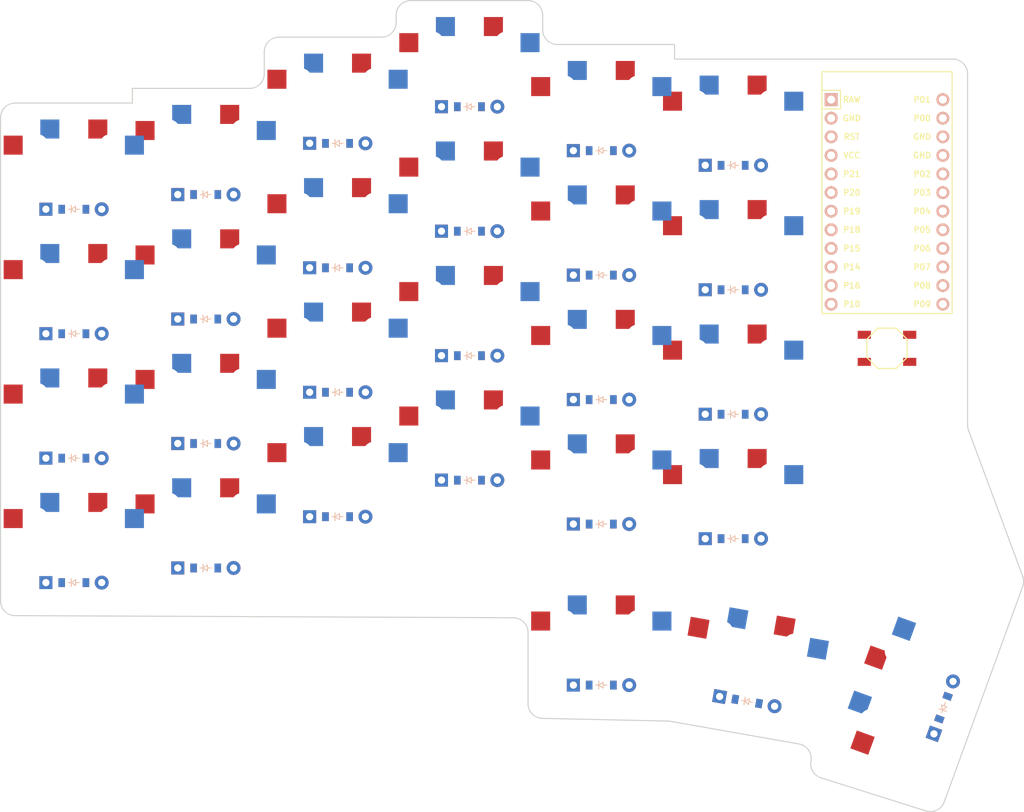
<source format=kicad_pcb>


(kicad_pcb (version 20171130) (host pcbnew 5.1.6)

  (page A3)
  (title_block
    (title "test")
    (rev "v1.0.0")
    (company "Unknown")
  )

  (general
    (thickness 1.6)
  )

  (layers
    (0 F.Cu signal)
    (31 B.Cu signal)
    (32 B.Adhes user)
    (33 F.Adhes user)
    (34 B.Paste user)
    (35 F.Paste user)
    (36 B.SilkS user)
    (37 F.SilkS user)
    (38 B.Mask user)
    (39 F.Mask user)
    (40 Dwgs.User user)
    (41 Cmts.User user)
    (42 Eco1.User user)
    (43 Eco2.User user)
    (44 Edge.Cuts user)
    (45 Margin user)
    (46 B.CrtYd user)
    (47 F.CrtYd user)
    (48 B.Fab user)
    (49 F.Fab user)
  )

  (setup
    (last_trace_width 0.25)
    (trace_clearance 0.2)
    (zone_clearance 0.508)
    (zone_45_only no)
    (trace_min 0.2)
    (via_size 0.8)
    (via_drill 0.4)
    (via_min_size 0.4)
    (via_min_drill 0.3)
    (uvia_size 0.3)
    (uvia_drill 0.1)
    (uvias_allowed no)
    (uvia_min_size 0.2)
    (uvia_min_drill 0.1)
    (edge_width 0.05)
    (segment_width 0.2)
    (pcb_text_width 0.3)
    (pcb_text_size 1.5 1.5)
    (mod_edge_width 0.12)
    (mod_text_size 1 1)
    (mod_text_width 0.15)
    (pad_size 1.524 1.524)
    (pad_drill 0.762)
    (pad_to_mask_clearance 0.05)
    (aux_axis_origin 0 0)
    (visible_elements FFFFFF7F)
    (pcbplotparams
      (layerselection 0x010fc_ffffffff)
      (usegerberextensions false)
      (usegerberattributes true)
      (usegerberadvancedattributes true)
      (creategerberjobfile true)
      (excludeedgelayer true)
      (linewidth 0.100000)
      (plotframeref false)
      (viasonmask false)
      (mode 1)
      (useauxorigin false)
      (hpglpennumber 1)
      (hpglpenspeed 20)
      (hpglpendiameter 15.000000)
      (psnegative false)
      (psa4output false)
      (plotreference true)
      (plotvalue true)
      (plotinvisibletext false)
      (padsonsilk false)
      (subtractmaskfromsilk false)
      (outputformat 1)
      (mirror false)
      (drillshape 1)
      (scaleselection 1)
      (outputdirectory ""))
  )

  (net 0 "")
(net 1 "P14")
(net 2 "pinky_bottom")
(net 3 "pinky_home")
(net 4 "pinky_num")
(net 5 "pinky_top")
(net 6 "P16")
(net 7 "shift_bottom")
(net 8 "shift_home")
(net 9 "shift_num")
(net 10 "shift_top")
(net 11 "P10")
(net 12 "ring_bottom")
(net 13 "ring_home")
(net 14 "ring_num")
(net 15 "ring_top")
(net 16 "P7")
(net 17 "middle_bottom")
(net 18 "middle_home")
(net 19 "middle_num")
(net 20 "middle_top")
(net 21 "P8")
(net 22 "index_bottom")
(net 23 "index_home")
(net 24 "index_num")
(net 25 "index_top")
(net 26 "P0")
(net 27 "inner_bottom")
(net 28 "inner_home")
(net 29 "inner_num")
(net 30 "inner_top")
(net 31 "near_thumb")
(net 32 "home_thumb")
(net 33 "far_thumb")
(net 34 "P15")
(net 35 "P18")
(net 36 "P19")
(net 37 "P20")
(net 38 "P6")
(net 39 "RAW")
(net 40 "GND")
(net 41 "RST")
(net 42 "VCC")
(net 43 "P21")
(net 44 "P1")
(net 45 "P2")
(net 46 "P3")
(net 47 "P4")
(net 48 "P5")
(net 49 "P9")

  (net_class Default "This is the default net class."
    (clearance 0.2)
    (trace_width 0.25)
    (via_dia 0.8)
    (via_drill 0.4)
    (uvia_dia 0.3)
    (uvia_drill 0.1)
    (add_net "")
(add_net "P14")
(add_net "pinky_bottom")
(add_net "pinky_home")
(add_net "pinky_num")
(add_net "pinky_top")
(add_net "P16")
(add_net "shift_bottom")
(add_net "shift_home")
(add_net "shift_num")
(add_net "shift_top")
(add_net "P10")
(add_net "ring_bottom")
(add_net "ring_home")
(add_net "ring_num")
(add_net "ring_top")
(add_net "P7")
(add_net "middle_bottom")
(add_net "middle_home")
(add_net "middle_num")
(add_net "middle_top")
(add_net "P8")
(add_net "index_bottom")
(add_net "index_home")
(add_net "index_num")
(add_net "index_top")
(add_net "P0")
(add_net "inner_bottom")
(add_net "inner_home")
(add_net "inner_num")
(add_net "inner_top")
(add_net "near_thumb")
(add_net "home_thumb")
(add_net "far_thumb")
(add_net "P15")
(add_net "P18")
(add_net "P19")
(add_net "P20")
(add_net "P6")
(add_net "RAW")
(add_net "GND")
(add_net "RST")
(add_net "VCC")
(add_net "P21")
(add_net "P1")
(add_net "P2")
(add_net "P3")
(add_net "P4")
(add_net "P5")
(add_net "P9")
  )

  
        
      (module PG1350 (layer F.Cu) (tedit 5DD50112)
      (at 100 150 0)

      
      (fp_text reference "S1" (at 0 0) (layer F.SilkS) hide (effects (font (size 1.27 1.27) (thickness 0.15))))
      (fp_text value "" (at 0 0) (layer F.SilkS) hide (effects (font (size 1.27 1.27) (thickness 0.15))))

      
      (fp_line (start -7 -6) (end -7 -7) (layer Dwgs.User) (width 0.15))
      (fp_line (start -7 7) (end -6 7) (layer Dwgs.User) (width 0.15))
      (fp_line (start -6 -7) (end -7 -7) (layer Dwgs.User) (width 0.15))
      (fp_line (start -7 7) (end -7 6) (layer Dwgs.User) (width 0.15))
      (fp_line (start 7 6) (end 7 7) (layer Dwgs.User) (width 0.15))
      (fp_line (start 7 -7) (end 6 -7) (layer Dwgs.User) (width 0.15))
      (fp_line (start 6 7) (end 7 7) (layer Dwgs.User) (width 0.15))
      (fp_line (start 7 -7) (end 7 -6) (layer Dwgs.User) (width 0.15))      
      
      
      (pad "" np_thru_hole circle (at 0 0) (size 3.429 3.429) (drill 3.429) (layers *.Cu *.Mask))
        
      
      (pad "" np_thru_hole circle (at 5.5 0) (size 1.7018 1.7018) (drill 1.7018) (layers *.Cu *.Mask))
      (pad "" np_thru_hole circle (at -5.5 0) (size 1.7018 1.7018) (drill 1.7018) (layers *.Cu *.Mask))
      
        
      
      (fp_line (start -9 -8.5) (end 9 -8.5) (layer Dwgs.User) (width 0.15))
      (fp_line (start 9 -8.5) (end 9 8.5) (layer Dwgs.User) (width 0.15))
      (fp_line (start 9 8.5) (end -9 8.5) (layer Dwgs.User) (width 0.15))
      (fp_line (start -9 8.5) (end -9 -8.5) (layer Dwgs.User) (width 0.15))
      
        
          
          (pad "" np_thru_hole circle (at 5 -3.75) (size 3 3) (drill 3) (layers *.Cu *.Mask))
          (pad "" np_thru_hole circle (at 0 -5.95) (size 3 3) (drill 3) (layers *.Cu *.Mask))
      
          
          (pad 1 smd rect (at -3.275 -5.95 0) (size 2.6 2.6) (layers B.Cu B.Paste B.Mask)  (net 1 "P14"))
          (pad 2 smd rect (at 8.275 -3.75 0) (size 2.6 2.6) (layers B.Cu B.Paste B.Mask)  (net 2 "pinky_bottom"))
        
        
          
          (pad "" np_thru_hole circle (at -5 -3.75) (size 3 3) (drill 3) (layers *.Cu *.Mask))
          (pad "" np_thru_hole circle (at 0 -5.95) (size 3 3) (drill 3) (layers *.Cu *.Mask))
      
          
          (pad 1 smd rect (at 3.275 -5.95 0) (size 2.6 2.6) (layers F.Cu F.Paste F.Mask)  (net 1 "P14"))
          (pad 2 smd rect (at -8.275 -3.75 0) (size 2.6 2.6) (layers F.Cu F.Paste F.Mask)  (net 2 "pinky_bottom"))
        )
        

        
      (module PG1350 (layer F.Cu) (tedit 5DD50112)
      (at 100 133 0)

      
      (fp_text reference "S2" (at 0 0) (layer F.SilkS) hide (effects (font (size 1.27 1.27) (thickness 0.15))))
      (fp_text value "" (at 0 0) (layer F.SilkS) hide (effects (font (size 1.27 1.27) (thickness 0.15))))

      
      (fp_line (start -7 -6) (end -7 -7) (layer Dwgs.User) (width 0.15))
      (fp_line (start -7 7) (end -6 7) (layer Dwgs.User) (width 0.15))
      (fp_line (start -6 -7) (end -7 -7) (layer Dwgs.User) (width 0.15))
      (fp_line (start -7 7) (end -7 6) (layer Dwgs.User) (width 0.15))
      (fp_line (start 7 6) (end 7 7) (layer Dwgs.User) (width 0.15))
      (fp_line (start 7 -7) (end 6 -7) (layer Dwgs.User) (width 0.15))
      (fp_line (start 6 7) (end 7 7) (layer Dwgs.User) (width 0.15))
      (fp_line (start 7 -7) (end 7 -6) (layer Dwgs.User) (width 0.15))      
      
      
      (pad "" np_thru_hole circle (at 0 0) (size 3.429 3.429) (drill 3.429) (layers *.Cu *.Mask))
        
      
      (pad "" np_thru_hole circle (at 5.5 0) (size 1.7018 1.7018) (drill 1.7018) (layers *.Cu *.Mask))
      (pad "" np_thru_hole circle (at -5.5 0) (size 1.7018 1.7018) (drill 1.7018) (layers *.Cu *.Mask))
      
        
      
      (fp_line (start -9 -8.5) (end 9 -8.5) (layer Dwgs.User) (width 0.15))
      (fp_line (start 9 -8.5) (end 9 8.5) (layer Dwgs.User) (width 0.15))
      (fp_line (start 9 8.5) (end -9 8.5) (layer Dwgs.User) (width 0.15))
      (fp_line (start -9 8.5) (end -9 -8.5) (layer Dwgs.User) (width 0.15))
      
        
          
          (pad "" np_thru_hole circle (at 5 -3.75) (size 3 3) (drill 3) (layers *.Cu *.Mask))
          (pad "" np_thru_hole circle (at 0 -5.95) (size 3 3) (drill 3) (layers *.Cu *.Mask))
      
          
          (pad 1 smd rect (at -3.275 -5.95 0) (size 2.6 2.6) (layers B.Cu B.Paste B.Mask)  (net 1 "P14"))
          (pad 2 smd rect (at 8.275 -3.75 0) (size 2.6 2.6) (layers B.Cu B.Paste B.Mask)  (net 3 "pinky_home"))
        
        
          
          (pad "" np_thru_hole circle (at -5 -3.75) (size 3 3) (drill 3) (layers *.Cu *.Mask))
          (pad "" np_thru_hole circle (at 0 -5.95) (size 3 3) (drill 3) (layers *.Cu *.Mask))
      
          
          (pad 1 smd rect (at 3.275 -5.95 0) (size 2.6 2.6) (layers F.Cu F.Paste F.Mask)  (net 1 "P14"))
          (pad 2 smd rect (at -8.275 -3.75 0) (size 2.6 2.6) (layers F.Cu F.Paste F.Mask)  (net 3 "pinky_home"))
        )
        

        
      (module PG1350 (layer F.Cu) (tedit 5DD50112)
      (at 100 116 0)

      
      (fp_text reference "S3" (at 0 0) (layer F.SilkS) hide (effects (font (size 1.27 1.27) (thickness 0.15))))
      (fp_text value "" (at 0 0) (layer F.SilkS) hide (effects (font (size 1.27 1.27) (thickness 0.15))))

      
      (fp_line (start -7 -6) (end -7 -7) (layer Dwgs.User) (width 0.15))
      (fp_line (start -7 7) (end -6 7) (layer Dwgs.User) (width 0.15))
      (fp_line (start -6 -7) (end -7 -7) (layer Dwgs.User) (width 0.15))
      (fp_line (start -7 7) (end -7 6) (layer Dwgs.User) (width 0.15))
      (fp_line (start 7 6) (end 7 7) (layer Dwgs.User) (width 0.15))
      (fp_line (start 7 -7) (end 6 -7) (layer Dwgs.User) (width 0.15))
      (fp_line (start 6 7) (end 7 7) (layer Dwgs.User) (width 0.15))
      (fp_line (start 7 -7) (end 7 -6) (layer Dwgs.User) (width 0.15))      
      
      
      (pad "" np_thru_hole circle (at 0 0) (size 3.429 3.429) (drill 3.429) (layers *.Cu *.Mask))
        
      
      (pad "" np_thru_hole circle (at 5.5 0) (size 1.7018 1.7018) (drill 1.7018) (layers *.Cu *.Mask))
      (pad "" np_thru_hole circle (at -5.5 0) (size 1.7018 1.7018) (drill 1.7018) (layers *.Cu *.Mask))
      
        
      
      (fp_line (start -9 -8.5) (end 9 -8.5) (layer Dwgs.User) (width 0.15))
      (fp_line (start 9 -8.5) (end 9 8.5) (layer Dwgs.User) (width 0.15))
      (fp_line (start 9 8.5) (end -9 8.5) (layer Dwgs.User) (width 0.15))
      (fp_line (start -9 8.5) (end -9 -8.5) (layer Dwgs.User) (width 0.15))
      
        
          
          (pad "" np_thru_hole circle (at 5 -3.75) (size 3 3) (drill 3) (layers *.Cu *.Mask))
          (pad "" np_thru_hole circle (at 0 -5.95) (size 3 3) (drill 3) (layers *.Cu *.Mask))
      
          
          (pad 1 smd rect (at -3.275 -5.95 0) (size 2.6 2.6) (layers B.Cu B.Paste B.Mask)  (net 1 "P14"))
          (pad 2 smd rect (at 8.275 -3.75 0) (size 2.6 2.6) (layers B.Cu B.Paste B.Mask)  (net 4 "pinky_num"))
        
        
          
          (pad "" np_thru_hole circle (at -5 -3.75) (size 3 3) (drill 3) (layers *.Cu *.Mask))
          (pad "" np_thru_hole circle (at 0 -5.95) (size 3 3) (drill 3) (layers *.Cu *.Mask))
      
          
          (pad 1 smd rect (at 3.275 -5.95 0) (size 2.6 2.6) (layers F.Cu F.Paste F.Mask)  (net 1 "P14"))
          (pad 2 smd rect (at -8.275 -3.75 0) (size 2.6 2.6) (layers F.Cu F.Paste F.Mask)  (net 4 "pinky_num"))
        )
        

        
      (module PG1350 (layer F.Cu) (tedit 5DD50112)
      (at 100 99 0)

      
      (fp_text reference "S4" (at 0 0) (layer F.SilkS) hide (effects (font (size 1.27 1.27) (thickness 0.15))))
      (fp_text value "" (at 0 0) (layer F.SilkS) hide (effects (font (size 1.27 1.27) (thickness 0.15))))

      
      (fp_line (start -7 -6) (end -7 -7) (layer Dwgs.User) (width 0.15))
      (fp_line (start -7 7) (end -6 7) (layer Dwgs.User) (width 0.15))
      (fp_line (start -6 -7) (end -7 -7) (layer Dwgs.User) (width 0.15))
      (fp_line (start -7 7) (end -7 6) (layer Dwgs.User) (width 0.15))
      (fp_line (start 7 6) (end 7 7) (layer Dwgs.User) (width 0.15))
      (fp_line (start 7 -7) (end 6 -7) (layer Dwgs.User) (width 0.15))
      (fp_line (start 6 7) (end 7 7) (layer Dwgs.User) (width 0.15))
      (fp_line (start 7 -7) (end 7 -6) (layer Dwgs.User) (width 0.15))      
      
      
      (pad "" np_thru_hole circle (at 0 0) (size 3.429 3.429) (drill 3.429) (layers *.Cu *.Mask))
        
      
      (pad "" np_thru_hole circle (at 5.5 0) (size 1.7018 1.7018) (drill 1.7018) (layers *.Cu *.Mask))
      (pad "" np_thru_hole circle (at -5.5 0) (size 1.7018 1.7018) (drill 1.7018) (layers *.Cu *.Mask))
      
        
      
      (fp_line (start -9 -8.5) (end 9 -8.5) (layer Dwgs.User) (width 0.15))
      (fp_line (start 9 -8.5) (end 9 8.5) (layer Dwgs.User) (width 0.15))
      (fp_line (start 9 8.5) (end -9 8.5) (layer Dwgs.User) (width 0.15))
      (fp_line (start -9 8.5) (end -9 -8.5) (layer Dwgs.User) (width 0.15))
      
        
          
          (pad "" np_thru_hole circle (at 5 -3.75) (size 3 3) (drill 3) (layers *.Cu *.Mask))
          (pad "" np_thru_hole circle (at 0 -5.95) (size 3 3) (drill 3) (layers *.Cu *.Mask))
      
          
          (pad 1 smd rect (at -3.275 -5.95 0) (size 2.6 2.6) (layers B.Cu B.Paste B.Mask)  (net 1 "P14"))
          (pad 2 smd rect (at 8.275 -3.75 0) (size 2.6 2.6) (layers B.Cu B.Paste B.Mask)  (net 5 "pinky_top"))
        
        
          
          (pad "" np_thru_hole circle (at -5 -3.75) (size 3 3) (drill 3) (layers *.Cu *.Mask))
          (pad "" np_thru_hole circle (at 0 -5.95) (size 3 3) (drill 3) (layers *.Cu *.Mask))
      
          
          (pad 1 smd rect (at 3.275 -5.95 0) (size 2.6 2.6) (layers F.Cu F.Paste F.Mask)  (net 1 "P14"))
          (pad 2 smd rect (at -8.275 -3.75 0) (size 2.6 2.6) (layers F.Cu F.Paste F.Mask)  (net 5 "pinky_top"))
        )
        

        
      (module PG1350 (layer F.Cu) (tedit 5DD50112)
      (at 118 148 0)

      
      (fp_text reference "S5" (at 0 0) (layer F.SilkS) hide (effects (font (size 1.27 1.27) (thickness 0.15))))
      (fp_text value "" (at 0 0) (layer F.SilkS) hide (effects (font (size 1.27 1.27) (thickness 0.15))))

      
      (fp_line (start -7 -6) (end -7 -7) (layer Dwgs.User) (width 0.15))
      (fp_line (start -7 7) (end -6 7) (layer Dwgs.User) (width 0.15))
      (fp_line (start -6 -7) (end -7 -7) (layer Dwgs.User) (width 0.15))
      (fp_line (start -7 7) (end -7 6) (layer Dwgs.User) (width 0.15))
      (fp_line (start 7 6) (end 7 7) (layer Dwgs.User) (width 0.15))
      (fp_line (start 7 -7) (end 6 -7) (layer Dwgs.User) (width 0.15))
      (fp_line (start 6 7) (end 7 7) (layer Dwgs.User) (width 0.15))
      (fp_line (start 7 -7) (end 7 -6) (layer Dwgs.User) (width 0.15))      
      
      
      (pad "" np_thru_hole circle (at 0 0) (size 3.429 3.429) (drill 3.429) (layers *.Cu *.Mask))
        
      
      (pad "" np_thru_hole circle (at 5.5 0) (size 1.7018 1.7018) (drill 1.7018) (layers *.Cu *.Mask))
      (pad "" np_thru_hole circle (at -5.5 0) (size 1.7018 1.7018) (drill 1.7018) (layers *.Cu *.Mask))
      
        
      
      (fp_line (start -9 -8.5) (end 9 -8.5) (layer Dwgs.User) (width 0.15))
      (fp_line (start 9 -8.5) (end 9 8.5) (layer Dwgs.User) (width 0.15))
      (fp_line (start 9 8.5) (end -9 8.5) (layer Dwgs.User) (width 0.15))
      (fp_line (start -9 8.5) (end -9 -8.5) (layer Dwgs.User) (width 0.15))
      
        
          
          (pad "" np_thru_hole circle (at 5 -3.75) (size 3 3) (drill 3) (layers *.Cu *.Mask))
          (pad "" np_thru_hole circle (at 0 -5.95) (size 3 3) (drill 3) (layers *.Cu *.Mask))
      
          
          (pad 1 smd rect (at -3.275 -5.95 0) (size 2.6 2.6) (layers B.Cu B.Paste B.Mask)  (net 6 "P16"))
          (pad 2 smd rect (at 8.275 -3.75 0) (size 2.6 2.6) (layers B.Cu B.Paste B.Mask)  (net 7 "shift_bottom"))
        
        
          
          (pad "" np_thru_hole circle (at -5 -3.75) (size 3 3) (drill 3) (layers *.Cu *.Mask))
          (pad "" np_thru_hole circle (at 0 -5.95) (size 3 3) (drill 3) (layers *.Cu *.Mask))
      
          
          (pad 1 smd rect (at 3.275 -5.95 0) (size 2.6 2.6) (layers F.Cu F.Paste F.Mask)  (net 6 "P16"))
          (pad 2 smd rect (at -8.275 -3.75 0) (size 2.6 2.6) (layers F.Cu F.Paste F.Mask)  (net 7 "shift_bottom"))
        )
        

        
      (module PG1350 (layer F.Cu) (tedit 5DD50112)
      (at 118 131 0)

      
      (fp_text reference "S6" (at 0 0) (layer F.SilkS) hide (effects (font (size 1.27 1.27) (thickness 0.15))))
      (fp_text value "" (at 0 0) (layer F.SilkS) hide (effects (font (size 1.27 1.27) (thickness 0.15))))

      
      (fp_line (start -7 -6) (end -7 -7) (layer Dwgs.User) (width 0.15))
      (fp_line (start -7 7) (end -6 7) (layer Dwgs.User) (width 0.15))
      (fp_line (start -6 -7) (end -7 -7) (layer Dwgs.User) (width 0.15))
      (fp_line (start -7 7) (end -7 6) (layer Dwgs.User) (width 0.15))
      (fp_line (start 7 6) (end 7 7) (layer Dwgs.User) (width 0.15))
      (fp_line (start 7 -7) (end 6 -7) (layer Dwgs.User) (width 0.15))
      (fp_line (start 6 7) (end 7 7) (layer Dwgs.User) (width 0.15))
      (fp_line (start 7 -7) (end 7 -6) (layer Dwgs.User) (width 0.15))      
      
      
      (pad "" np_thru_hole circle (at 0 0) (size 3.429 3.429) (drill 3.429) (layers *.Cu *.Mask))
        
      
      (pad "" np_thru_hole circle (at 5.5 0) (size 1.7018 1.7018) (drill 1.7018) (layers *.Cu *.Mask))
      (pad "" np_thru_hole circle (at -5.5 0) (size 1.7018 1.7018) (drill 1.7018) (layers *.Cu *.Mask))
      
        
      
      (fp_line (start -9 -8.5) (end 9 -8.5) (layer Dwgs.User) (width 0.15))
      (fp_line (start 9 -8.5) (end 9 8.5) (layer Dwgs.User) (width 0.15))
      (fp_line (start 9 8.5) (end -9 8.5) (layer Dwgs.User) (width 0.15))
      (fp_line (start -9 8.5) (end -9 -8.5) (layer Dwgs.User) (width 0.15))
      
        
          
          (pad "" np_thru_hole circle (at 5 -3.75) (size 3 3) (drill 3) (layers *.Cu *.Mask))
          (pad "" np_thru_hole circle (at 0 -5.95) (size 3 3) (drill 3) (layers *.Cu *.Mask))
      
          
          (pad 1 smd rect (at -3.275 -5.95 0) (size 2.6 2.6) (layers B.Cu B.Paste B.Mask)  (net 6 "P16"))
          (pad 2 smd rect (at 8.275 -3.75 0) (size 2.6 2.6) (layers B.Cu B.Paste B.Mask)  (net 8 "shift_home"))
        
        
          
          (pad "" np_thru_hole circle (at -5 -3.75) (size 3 3) (drill 3) (layers *.Cu *.Mask))
          (pad "" np_thru_hole circle (at 0 -5.95) (size 3 3) (drill 3) (layers *.Cu *.Mask))
      
          
          (pad 1 smd rect (at 3.275 -5.95 0) (size 2.6 2.6) (layers F.Cu F.Paste F.Mask)  (net 6 "P16"))
          (pad 2 smd rect (at -8.275 -3.75 0) (size 2.6 2.6) (layers F.Cu F.Paste F.Mask)  (net 8 "shift_home"))
        )
        

        
      (module PG1350 (layer F.Cu) (tedit 5DD50112)
      (at 118 114 0)

      
      (fp_text reference "S7" (at 0 0) (layer F.SilkS) hide (effects (font (size 1.27 1.27) (thickness 0.15))))
      (fp_text value "" (at 0 0) (layer F.SilkS) hide (effects (font (size 1.27 1.27) (thickness 0.15))))

      
      (fp_line (start -7 -6) (end -7 -7) (layer Dwgs.User) (width 0.15))
      (fp_line (start -7 7) (end -6 7) (layer Dwgs.User) (width 0.15))
      (fp_line (start -6 -7) (end -7 -7) (layer Dwgs.User) (width 0.15))
      (fp_line (start -7 7) (end -7 6) (layer Dwgs.User) (width 0.15))
      (fp_line (start 7 6) (end 7 7) (layer Dwgs.User) (width 0.15))
      (fp_line (start 7 -7) (end 6 -7) (layer Dwgs.User) (width 0.15))
      (fp_line (start 6 7) (end 7 7) (layer Dwgs.User) (width 0.15))
      (fp_line (start 7 -7) (end 7 -6) (layer Dwgs.User) (width 0.15))      
      
      
      (pad "" np_thru_hole circle (at 0 0) (size 3.429 3.429) (drill 3.429) (layers *.Cu *.Mask))
        
      
      (pad "" np_thru_hole circle (at 5.5 0) (size 1.7018 1.7018) (drill 1.7018) (layers *.Cu *.Mask))
      (pad "" np_thru_hole circle (at -5.5 0) (size 1.7018 1.7018) (drill 1.7018) (layers *.Cu *.Mask))
      
        
      
      (fp_line (start -9 -8.5) (end 9 -8.5) (layer Dwgs.User) (width 0.15))
      (fp_line (start 9 -8.5) (end 9 8.5) (layer Dwgs.User) (width 0.15))
      (fp_line (start 9 8.5) (end -9 8.5) (layer Dwgs.User) (width 0.15))
      (fp_line (start -9 8.5) (end -9 -8.5) (layer Dwgs.User) (width 0.15))
      
        
          
          (pad "" np_thru_hole circle (at 5 -3.75) (size 3 3) (drill 3) (layers *.Cu *.Mask))
          (pad "" np_thru_hole circle (at 0 -5.95) (size 3 3) (drill 3) (layers *.Cu *.Mask))
      
          
          (pad 1 smd rect (at -3.275 -5.95 0) (size 2.6 2.6) (layers B.Cu B.Paste B.Mask)  (net 6 "P16"))
          (pad 2 smd rect (at 8.275 -3.75 0) (size 2.6 2.6) (layers B.Cu B.Paste B.Mask)  (net 9 "shift_num"))
        
        
          
          (pad "" np_thru_hole circle (at -5 -3.75) (size 3 3) (drill 3) (layers *.Cu *.Mask))
          (pad "" np_thru_hole circle (at 0 -5.95) (size 3 3) (drill 3) (layers *.Cu *.Mask))
      
          
          (pad 1 smd rect (at 3.275 -5.95 0) (size 2.6 2.6) (layers F.Cu F.Paste F.Mask)  (net 6 "P16"))
          (pad 2 smd rect (at -8.275 -3.75 0) (size 2.6 2.6) (layers F.Cu F.Paste F.Mask)  (net 9 "shift_num"))
        )
        

        
      (module PG1350 (layer F.Cu) (tedit 5DD50112)
      (at 118 97 0)

      
      (fp_text reference "S8" (at 0 0) (layer F.SilkS) hide (effects (font (size 1.27 1.27) (thickness 0.15))))
      (fp_text value "" (at 0 0) (layer F.SilkS) hide (effects (font (size 1.27 1.27) (thickness 0.15))))

      
      (fp_line (start -7 -6) (end -7 -7) (layer Dwgs.User) (width 0.15))
      (fp_line (start -7 7) (end -6 7) (layer Dwgs.User) (width 0.15))
      (fp_line (start -6 -7) (end -7 -7) (layer Dwgs.User) (width 0.15))
      (fp_line (start -7 7) (end -7 6) (layer Dwgs.User) (width 0.15))
      (fp_line (start 7 6) (end 7 7) (layer Dwgs.User) (width 0.15))
      (fp_line (start 7 -7) (end 6 -7) (layer Dwgs.User) (width 0.15))
      (fp_line (start 6 7) (end 7 7) (layer Dwgs.User) (width 0.15))
      (fp_line (start 7 -7) (end 7 -6) (layer Dwgs.User) (width 0.15))      
      
      
      (pad "" np_thru_hole circle (at 0 0) (size 3.429 3.429) (drill 3.429) (layers *.Cu *.Mask))
        
      
      (pad "" np_thru_hole circle (at 5.5 0) (size 1.7018 1.7018) (drill 1.7018) (layers *.Cu *.Mask))
      (pad "" np_thru_hole circle (at -5.5 0) (size 1.7018 1.7018) (drill 1.7018) (layers *.Cu *.Mask))
      
        
      
      (fp_line (start -9 -8.5) (end 9 -8.5) (layer Dwgs.User) (width 0.15))
      (fp_line (start 9 -8.5) (end 9 8.5) (layer Dwgs.User) (width 0.15))
      (fp_line (start 9 8.5) (end -9 8.5) (layer Dwgs.User) (width 0.15))
      (fp_line (start -9 8.5) (end -9 -8.5) (layer Dwgs.User) (width 0.15))
      
        
          
          (pad "" np_thru_hole circle (at 5 -3.75) (size 3 3) (drill 3) (layers *.Cu *.Mask))
          (pad "" np_thru_hole circle (at 0 -5.95) (size 3 3) (drill 3) (layers *.Cu *.Mask))
      
          
          (pad 1 smd rect (at -3.275 -5.95 0) (size 2.6 2.6) (layers B.Cu B.Paste B.Mask)  (net 6 "P16"))
          (pad 2 smd rect (at 8.275 -3.75 0) (size 2.6 2.6) (layers B.Cu B.Paste B.Mask)  (net 10 "shift_top"))
        
        
          
          (pad "" np_thru_hole circle (at -5 -3.75) (size 3 3) (drill 3) (layers *.Cu *.Mask))
          (pad "" np_thru_hole circle (at 0 -5.95) (size 3 3) (drill 3) (layers *.Cu *.Mask))
      
          
          (pad 1 smd rect (at 3.275 -5.95 0) (size 2.6 2.6) (layers F.Cu F.Paste F.Mask)  (net 6 "P16"))
          (pad 2 smd rect (at -8.275 -3.75 0) (size 2.6 2.6) (layers F.Cu F.Paste F.Mask)  (net 10 "shift_top"))
        )
        

        
      (module PG1350 (layer F.Cu) (tedit 5DD50112)
      (at 136 141 0)

      
      (fp_text reference "S9" (at 0 0) (layer F.SilkS) hide (effects (font (size 1.27 1.27) (thickness 0.15))))
      (fp_text value "" (at 0 0) (layer F.SilkS) hide (effects (font (size 1.27 1.27) (thickness 0.15))))

      
      (fp_line (start -7 -6) (end -7 -7) (layer Dwgs.User) (width 0.15))
      (fp_line (start -7 7) (end -6 7) (layer Dwgs.User) (width 0.15))
      (fp_line (start -6 -7) (end -7 -7) (layer Dwgs.User) (width 0.15))
      (fp_line (start -7 7) (end -7 6) (layer Dwgs.User) (width 0.15))
      (fp_line (start 7 6) (end 7 7) (layer Dwgs.User) (width 0.15))
      (fp_line (start 7 -7) (end 6 -7) (layer Dwgs.User) (width 0.15))
      (fp_line (start 6 7) (end 7 7) (layer Dwgs.User) (width 0.15))
      (fp_line (start 7 -7) (end 7 -6) (layer Dwgs.User) (width 0.15))      
      
      
      (pad "" np_thru_hole circle (at 0 0) (size 3.429 3.429) (drill 3.429) (layers *.Cu *.Mask))
        
      
      (pad "" np_thru_hole circle (at 5.5 0) (size 1.7018 1.7018) (drill 1.7018) (layers *.Cu *.Mask))
      (pad "" np_thru_hole circle (at -5.5 0) (size 1.7018 1.7018) (drill 1.7018) (layers *.Cu *.Mask))
      
        
      
      (fp_line (start -9 -8.5) (end 9 -8.5) (layer Dwgs.User) (width 0.15))
      (fp_line (start 9 -8.5) (end 9 8.5) (layer Dwgs.User) (width 0.15))
      (fp_line (start 9 8.5) (end -9 8.5) (layer Dwgs.User) (width 0.15))
      (fp_line (start -9 8.5) (end -9 -8.5) (layer Dwgs.User) (width 0.15))
      
        
          
          (pad "" np_thru_hole circle (at 5 -3.75) (size 3 3) (drill 3) (layers *.Cu *.Mask))
          (pad "" np_thru_hole circle (at 0 -5.95) (size 3 3) (drill 3) (layers *.Cu *.Mask))
      
          
          (pad 1 smd rect (at -3.275 -5.95 0) (size 2.6 2.6) (layers B.Cu B.Paste B.Mask)  (net 11 "P10"))
          (pad 2 smd rect (at 8.275 -3.75 0) (size 2.6 2.6) (layers B.Cu B.Paste B.Mask)  (net 12 "ring_bottom"))
        
        
          
          (pad "" np_thru_hole circle (at -5 -3.75) (size 3 3) (drill 3) (layers *.Cu *.Mask))
          (pad "" np_thru_hole circle (at 0 -5.95) (size 3 3) (drill 3) (layers *.Cu *.Mask))
      
          
          (pad 1 smd rect (at 3.275 -5.95 0) (size 2.6 2.6) (layers F.Cu F.Paste F.Mask)  (net 11 "P10"))
          (pad 2 smd rect (at -8.275 -3.75 0) (size 2.6 2.6) (layers F.Cu F.Paste F.Mask)  (net 12 "ring_bottom"))
        )
        

        
      (module PG1350 (layer F.Cu) (tedit 5DD50112)
      (at 136 124 0)

      
      (fp_text reference "S10" (at 0 0) (layer F.SilkS) hide (effects (font (size 1.27 1.27) (thickness 0.15))))
      (fp_text value "" (at 0 0) (layer F.SilkS) hide (effects (font (size 1.27 1.27) (thickness 0.15))))

      
      (fp_line (start -7 -6) (end -7 -7) (layer Dwgs.User) (width 0.15))
      (fp_line (start -7 7) (end -6 7) (layer Dwgs.User) (width 0.15))
      (fp_line (start -6 -7) (end -7 -7) (layer Dwgs.User) (width 0.15))
      (fp_line (start -7 7) (end -7 6) (layer Dwgs.User) (width 0.15))
      (fp_line (start 7 6) (end 7 7) (layer Dwgs.User) (width 0.15))
      (fp_line (start 7 -7) (end 6 -7) (layer Dwgs.User) (width 0.15))
      (fp_line (start 6 7) (end 7 7) (layer Dwgs.User) (width 0.15))
      (fp_line (start 7 -7) (end 7 -6) (layer Dwgs.User) (width 0.15))      
      
      
      (pad "" np_thru_hole circle (at 0 0) (size 3.429 3.429) (drill 3.429) (layers *.Cu *.Mask))
        
      
      (pad "" np_thru_hole circle (at 5.5 0) (size 1.7018 1.7018) (drill 1.7018) (layers *.Cu *.Mask))
      (pad "" np_thru_hole circle (at -5.5 0) (size 1.7018 1.7018) (drill 1.7018) (layers *.Cu *.Mask))
      
        
      
      (fp_line (start -9 -8.5) (end 9 -8.5) (layer Dwgs.User) (width 0.15))
      (fp_line (start 9 -8.5) (end 9 8.5) (layer Dwgs.User) (width 0.15))
      (fp_line (start 9 8.5) (end -9 8.5) (layer Dwgs.User) (width 0.15))
      (fp_line (start -9 8.5) (end -9 -8.5) (layer Dwgs.User) (width 0.15))
      
        
          
          (pad "" np_thru_hole circle (at 5 -3.75) (size 3 3) (drill 3) (layers *.Cu *.Mask))
          (pad "" np_thru_hole circle (at 0 -5.95) (size 3 3) (drill 3) (layers *.Cu *.Mask))
      
          
          (pad 1 smd rect (at -3.275 -5.95 0) (size 2.6 2.6) (layers B.Cu B.Paste B.Mask)  (net 11 "P10"))
          (pad 2 smd rect (at 8.275 -3.75 0) (size 2.6 2.6) (layers B.Cu B.Paste B.Mask)  (net 13 "ring_home"))
        
        
          
          (pad "" np_thru_hole circle (at -5 -3.75) (size 3 3) (drill 3) (layers *.Cu *.Mask))
          (pad "" np_thru_hole circle (at 0 -5.95) (size 3 3) (drill 3) (layers *.Cu *.Mask))
      
          
          (pad 1 smd rect (at 3.275 -5.95 0) (size 2.6 2.6) (layers F.Cu F.Paste F.Mask)  (net 11 "P10"))
          (pad 2 smd rect (at -8.275 -3.75 0) (size 2.6 2.6) (layers F.Cu F.Paste F.Mask)  (net 13 "ring_home"))
        )
        

        
      (module PG1350 (layer F.Cu) (tedit 5DD50112)
      (at 136 107 0)

      
      (fp_text reference "S11" (at 0 0) (layer F.SilkS) hide (effects (font (size 1.27 1.27) (thickness 0.15))))
      (fp_text value "" (at 0 0) (layer F.SilkS) hide (effects (font (size 1.27 1.27) (thickness 0.15))))

      
      (fp_line (start -7 -6) (end -7 -7) (layer Dwgs.User) (width 0.15))
      (fp_line (start -7 7) (end -6 7) (layer Dwgs.User) (width 0.15))
      (fp_line (start -6 -7) (end -7 -7) (layer Dwgs.User) (width 0.15))
      (fp_line (start -7 7) (end -7 6) (layer Dwgs.User) (width 0.15))
      (fp_line (start 7 6) (end 7 7) (layer Dwgs.User) (width 0.15))
      (fp_line (start 7 -7) (end 6 -7) (layer Dwgs.User) (width 0.15))
      (fp_line (start 6 7) (end 7 7) (layer Dwgs.User) (width 0.15))
      (fp_line (start 7 -7) (end 7 -6) (layer Dwgs.User) (width 0.15))      
      
      
      (pad "" np_thru_hole circle (at 0 0) (size 3.429 3.429) (drill 3.429) (layers *.Cu *.Mask))
        
      
      (pad "" np_thru_hole circle (at 5.5 0) (size 1.7018 1.7018) (drill 1.7018) (layers *.Cu *.Mask))
      (pad "" np_thru_hole circle (at -5.5 0) (size 1.7018 1.7018) (drill 1.7018) (layers *.Cu *.Mask))
      
        
      
      (fp_line (start -9 -8.5) (end 9 -8.5) (layer Dwgs.User) (width 0.15))
      (fp_line (start 9 -8.5) (end 9 8.5) (layer Dwgs.User) (width 0.15))
      (fp_line (start 9 8.5) (end -9 8.5) (layer Dwgs.User) (width 0.15))
      (fp_line (start -9 8.5) (end -9 -8.5) (layer Dwgs.User) (width 0.15))
      
        
          
          (pad "" np_thru_hole circle (at 5 -3.75) (size 3 3) (drill 3) (layers *.Cu *.Mask))
          (pad "" np_thru_hole circle (at 0 -5.95) (size 3 3) (drill 3) (layers *.Cu *.Mask))
      
          
          (pad 1 smd rect (at -3.275 -5.95 0) (size 2.6 2.6) (layers B.Cu B.Paste B.Mask)  (net 11 "P10"))
          (pad 2 smd rect (at 8.275 -3.75 0) (size 2.6 2.6) (layers B.Cu B.Paste B.Mask)  (net 14 "ring_num"))
        
        
          
          (pad "" np_thru_hole circle (at -5 -3.75) (size 3 3) (drill 3) (layers *.Cu *.Mask))
          (pad "" np_thru_hole circle (at 0 -5.95) (size 3 3) (drill 3) (layers *.Cu *.Mask))
      
          
          (pad 1 smd rect (at 3.275 -5.95 0) (size 2.6 2.6) (layers F.Cu F.Paste F.Mask)  (net 11 "P10"))
          (pad 2 smd rect (at -8.275 -3.75 0) (size 2.6 2.6) (layers F.Cu F.Paste F.Mask)  (net 14 "ring_num"))
        )
        

        
      (module PG1350 (layer F.Cu) (tedit 5DD50112)
      (at 136 90 0)

      
      (fp_text reference "S12" (at 0 0) (layer F.SilkS) hide (effects (font (size 1.27 1.27) (thickness 0.15))))
      (fp_text value "" (at 0 0) (layer F.SilkS) hide (effects (font (size 1.27 1.27) (thickness 0.15))))

      
      (fp_line (start -7 -6) (end -7 -7) (layer Dwgs.User) (width 0.15))
      (fp_line (start -7 7) (end -6 7) (layer Dwgs.User) (width 0.15))
      (fp_line (start -6 -7) (end -7 -7) (layer Dwgs.User) (width 0.15))
      (fp_line (start -7 7) (end -7 6) (layer Dwgs.User) (width 0.15))
      (fp_line (start 7 6) (end 7 7) (layer Dwgs.User) (width 0.15))
      (fp_line (start 7 -7) (end 6 -7) (layer Dwgs.User) (width 0.15))
      (fp_line (start 6 7) (end 7 7) (layer Dwgs.User) (width 0.15))
      (fp_line (start 7 -7) (end 7 -6) (layer Dwgs.User) (width 0.15))      
      
      
      (pad "" np_thru_hole circle (at 0 0) (size 3.429 3.429) (drill 3.429) (layers *.Cu *.Mask))
        
      
      (pad "" np_thru_hole circle (at 5.5 0) (size 1.7018 1.7018) (drill 1.7018) (layers *.Cu *.Mask))
      (pad "" np_thru_hole circle (at -5.5 0) (size 1.7018 1.7018) (drill 1.7018) (layers *.Cu *.Mask))
      
        
      
      (fp_line (start -9 -8.5) (end 9 -8.5) (layer Dwgs.User) (width 0.15))
      (fp_line (start 9 -8.5) (end 9 8.5) (layer Dwgs.User) (width 0.15))
      (fp_line (start 9 8.5) (end -9 8.5) (layer Dwgs.User) (width 0.15))
      (fp_line (start -9 8.5) (end -9 -8.5) (layer Dwgs.User) (width 0.15))
      
        
          
          (pad "" np_thru_hole circle (at 5 -3.75) (size 3 3) (drill 3) (layers *.Cu *.Mask))
          (pad "" np_thru_hole circle (at 0 -5.95) (size 3 3) (drill 3) (layers *.Cu *.Mask))
      
          
          (pad 1 smd rect (at -3.275 -5.95 0) (size 2.6 2.6) (layers B.Cu B.Paste B.Mask)  (net 11 "P10"))
          (pad 2 smd rect (at 8.275 -3.75 0) (size 2.6 2.6) (layers B.Cu B.Paste B.Mask)  (net 15 "ring_top"))
        
        
          
          (pad "" np_thru_hole circle (at -5 -3.75) (size 3 3) (drill 3) (layers *.Cu *.Mask))
          (pad "" np_thru_hole circle (at 0 -5.95) (size 3 3) (drill 3) (layers *.Cu *.Mask))
      
          
          (pad 1 smd rect (at 3.275 -5.95 0) (size 2.6 2.6) (layers F.Cu F.Paste F.Mask)  (net 11 "P10"))
          (pad 2 smd rect (at -8.275 -3.75 0) (size 2.6 2.6) (layers F.Cu F.Paste F.Mask)  (net 15 "ring_top"))
        )
        

        
      (module PG1350 (layer F.Cu) (tedit 5DD50112)
      (at 154 136 0)

      
      (fp_text reference "S13" (at 0 0) (layer F.SilkS) hide (effects (font (size 1.27 1.27) (thickness 0.15))))
      (fp_text value "" (at 0 0) (layer F.SilkS) hide (effects (font (size 1.27 1.27) (thickness 0.15))))

      
      (fp_line (start -7 -6) (end -7 -7) (layer Dwgs.User) (width 0.15))
      (fp_line (start -7 7) (end -6 7) (layer Dwgs.User) (width 0.15))
      (fp_line (start -6 -7) (end -7 -7) (layer Dwgs.User) (width 0.15))
      (fp_line (start -7 7) (end -7 6) (layer Dwgs.User) (width 0.15))
      (fp_line (start 7 6) (end 7 7) (layer Dwgs.User) (width 0.15))
      (fp_line (start 7 -7) (end 6 -7) (layer Dwgs.User) (width 0.15))
      (fp_line (start 6 7) (end 7 7) (layer Dwgs.User) (width 0.15))
      (fp_line (start 7 -7) (end 7 -6) (layer Dwgs.User) (width 0.15))      
      
      
      (pad "" np_thru_hole circle (at 0 0) (size 3.429 3.429) (drill 3.429) (layers *.Cu *.Mask))
        
      
      (pad "" np_thru_hole circle (at 5.5 0) (size 1.7018 1.7018) (drill 1.7018) (layers *.Cu *.Mask))
      (pad "" np_thru_hole circle (at -5.5 0) (size 1.7018 1.7018) (drill 1.7018) (layers *.Cu *.Mask))
      
        
      
      (fp_line (start -9 -8.5) (end 9 -8.5) (layer Dwgs.User) (width 0.15))
      (fp_line (start 9 -8.5) (end 9 8.5) (layer Dwgs.User) (width 0.15))
      (fp_line (start 9 8.5) (end -9 8.5) (layer Dwgs.User) (width 0.15))
      (fp_line (start -9 8.5) (end -9 -8.5) (layer Dwgs.User) (width 0.15))
      
        
          
          (pad "" np_thru_hole circle (at 5 -3.75) (size 3 3) (drill 3) (layers *.Cu *.Mask))
          (pad "" np_thru_hole circle (at 0 -5.95) (size 3 3) (drill 3) (layers *.Cu *.Mask))
      
          
          (pad 1 smd rect (at -3.275 -5.95 0) (size 2.6 2.6) (layers B.Cu B.Paste B.Mask)  (net 16 "P7"))
          (pad 2 smd rect (at 8.275 -3.75 0) (size 2.6 2.6) (layers B.Cu B.Paste B.Mask)  (net 17 "middle_bottom"))
        
        
          
          (pad "" np_thru_hole circle (at -5 -3.75) (size 3 3) (drill 3) (layers *.Cu *.Mask))
          (pad "" np_thru_hole circle (at 0 -5.95) (size 3 3) (drill 3) (layers *.Cu *.Mask))
      
          
          (pad 1 smd rect (at 3.275 -5.95 0) (size 2.6 2.6) (layers F.Cu F.Paste F.Mask)  (net 16 "P7"))
          (pad 2 smd rect (at -8.275 -3.75 0) (size 2.6 2.6) (layers F.Cu F.Paste F.Mask)  (net 17 "middle_bottom"))
        )
        

        
      (module PG1350 (layer F.Cu) (tedit 5DD50112)
      (at 154 119 0)

      
      (fp_text reference "S14" (at 0 0) (layer F.SilkS) hide (effects (font (size 1.27 1.27) (thickness 0.15))))
      (fp_text value "" (at 0 0) (layer F.SilkS) hide (effects (font (size 1.27 1.27) (thickness 0.15))))

      
      (fp_line (start -7 -6) (end -7 -7) (layer Dwgs.User) (width 0.15))
      (fp_line (start -7 7) (end -6 7) (layer Dwgs.User) (width 0.15))
      (fp_line (start -6 -7) (end -7 -7) (layer Dwgs.User) (width 0.15))
      (fp_line (start -7 7) (end -7 6) (layer Dwgs.User) (width 0.15))
      (fp_line (start 7 6) (end 7 7) (layer Dwgs.User) (width 0.15))
      (fp_line (start 7 -7) (end 6 -7) (layer Dwgs.User) (width 0.15))
      (fp_line (start 6 7) (end 7 7) (layer Dwgs.User) (width 0.15))
      (fp_line (start 7 -7) (end 7 -6) (layer Dwgs.User) (width 0.15))      
      
      
      (pad "" np_thru_hole circle (at 0 0) (size 3.429 3.429) (drill 3.429) (layers *.Cu *.Mask))
        
      
      (pad "" np_thru_hole circle (at 5.5 0) (size 1.7018 1.7018) (drill 1.7018) (layers *.Cu *.Mask))
      (pad "" np_thru_hole circle (at -5.5 0) (size 1.7018 1.7018) (drill 1.7018) (layers *.Cu *.Mask))
      
        
      
      (fp_line (start -9 -8.5) (end 9 -8.5) (layer Dwgs.User) (width 0.15))
      (fp_line (start 9 -8.5) (end 9 8.5) (layer Dwgs.User) (width 0.15))
      (fp_line (start 9 8.5) (end -9 8.5) (layer Dwgs.User) (width 0.15))
      (fp_line (start -9 8.5) (end -9 -8.5) (layer Dwgs.User) (width 0.15))
      
        
          
          (pad "" np_thru_hole circle (at 5 -3.75) (size 3 3) (drill 3) (layers *.Cu *.Mask))
          (pad "" np_thru_hole circle (at 0 -5.95) (size 3 3) (drill 3) (layers *.Cu *.Mask))
      
          
          (pad 1 smd rect (at -3.275 -5.95 0) (size 2.6 2.6) (layers B.Cu B.Paste B.Mask)  (net 16 "P7"))
          (pad 2 smd rect (at 8.275 -3.75 0) (size 2.6 2.6) (layers B.Cu B.Paste B.Mask)  (net 18 "middle_home"))
        
        
          
          (pad "" np_thru_hole circle (at -5 -3.75) (size 3 3) (drill 3) (layers *.Cu *.Mask))
          (pad "" np_thru_hole circle (at 0 -5.95) (size 3 3) (drill 3) (layers *.Cu *.Mask))
      
          
          (pad 1 smd rect (at 3.275 -5.95 0) (size 2.6 2.6) (layers F.Cu F.Paste F.Mask)  (net 16 "P7"))
          (pad 2 smd rect (at -8.275 -3.75 0) (size 2.6 2.6) (layers F.Cu F.Paste F.Mask)  (net 18 "middle_home"))
        )
        

        
      (module PG1350 (layer F.Cu) (tedit 5DD50112)
      (at 154 102 0)

      
      (fp_text reference "S15" (at 0 0) (layer F.SilkS) hide (effects (font (size 1.27 1.27) (thickness 0.15))))
      (fp_text value "" (at 0 0) (layer F.SilkS) hide (effects (font (size 1.27 1.27) (thickness 0.15))))

      
      (fp_line (start -7 -6) (end -7 -7) (layer Dwgs.User) (width 0.15))
      (fp_line (start -7 7) (end -6 7) (layer Dwgs.User) (width 0.15))
      (fp_line (start -6 -7) (end -7 -7) (layer Dwgs.User) (width 0.15))
      (fp_line (start -7 7) (end -7 6) (layer Dwgs.User) (width 0.15))
      (fp_line (start 7 6) (end 7 7) (layer Dwgs.User) (width 0.15))
      (fp_line (start 7 -7) (end 6 -7) (layer Dwgs.User) (width 0.15))
      (fp_line (start 6 7) (end 7 7) (layer Dwgs.User) (width 0.15))
      (fp_line (start 7 -7) (end 7 -6) (layer Dwgs.User) (width 0.15))      
      
      
      (pad "" np_thru_hole circle (at 0 0) (size 3.429 3.429) (drill 3.429) (layers *.Cu *.Mask))
        
      
      (pad "" np_thru_hole circle (at 5.5 0) (size 1.7018 1.7018) (drill 1.7018) (layers *.Cu *.Mask))
      (pad "" np_thru_hole circle (at -5.5 0) (size 1.7018 1.7018) (drill 1.7018) (layers *.Cu *.Mask))
      
        
      
      (fp_line (start -9 -8.5) (end 9 -8.5) (layer Dwgs.User) (width 0.15))
      (fp_line (start 9 -8.5) (end 9 8.5) (layer Dwgs.User) (width 0.15))
      (fp_line (start 9 8.5) (end -9 8.5) (layer Dwgs.User) (width 0.15))
      (fp_line (start -9 8.5) (end -9 -8.5) (layer Dwgs.User) (width 0.15))
      
        
          
          (pad "" np_thru_hole circle (at 5 -3.75) (size 3 3) (drill 3) (layers *.Cu *.Mask))
          (pad "" np_thru_hole circle (at 0 -5.95) (size 3 3) (drill 3) (layers *.Cu *.Mask))
      
          
          (pad 1 smd rect (at -3.275 -5.95 0) (size 2.6 2.6) (layers B.Cu B.Paste B.Mask)  (net 16 "P7"))
          (pad 2 smd rect (at 8.275 -3.75 0) (size 2.6 2.6) (layers B.Cu B.Paste B.Mask)  (net 19 "middle_num"))
        
        
          
          (pad "" np_thru_hole circle (at -5 -3.75) (size 3 3) (drill 3) (layers *.Cu *.Mask))
          (pad "" np_thru_hole circle (at 0 -5.95) (size 3 3) (drill 3) (layers *.Cu *.Mask))
      
          
          (pad 1 smd rect (at 3.275 -5.95 0) (size 2.6 2.6) (layers F.Cu F.Paste F.Mask)  (net 16 "P7"))
          (pad 2 smd rect (at -8.275 -3.75 0) (size 2.6 2.6) (layers F.Cu F.Paste F.Mask)  (net 19 "middle_num"))
        )
        

        
      (module PG1350 (layer F.Cu) (tedit 5DD50112)
      (at 154 85 0)

      
      (fp_text reference "S16" (at 0 0) (layer F.SilkS) hide (effects (font (size 1.27 1.27) (thickness 0.15))))
      (fp_text value "" (at 0 0) (layer F.SilkS) hide (effects (font (size 1.27 1.27) (thickness 0.15))))

      
      (fp_line (start -7 -6) (end -7 -7) (layer Dwgs.User) (width 0.15))
      (fp_line (start -7 7) (end -6 7) (layer Dwgs.User) (width 0.15))
      (fp_line (start -6 -7) (end -7 -7) (layer Dwgs.User) (width 0.15))
      (fp_line (start -7 7) (end -7 6) (layer Dwgs.User) (width 0.15))
      (fp_line (start 7 6) (end 7 7) (layer Dwgs.User) (width 0.15))
      (fp_line (start 7 -7) (end 6 -7) (layer Dwgs.User) (width 0.15))
      (fp_line (start 6 7) (end 7 7) (layer Dwgs.User) (width 0.15))
      (fp_line (start 7 -7) (end 7 -6) (layer Dwgs.User) (width 0.15))      
      
      
      (pad "" np_thru_hole circle (at 0 0) (size 3.429 3.429) (drill 3.429) (layers *.Cu *.Mask))
        
      
      (pad "" np_thru_hole circle (at 5.5 0) (size 1.7018 1.7018) (drill 1.7018) (layers *.Cu *.Mask))
      (pad "" np_thru_hole circle (at -5.5 0) (size 1.7018 1.7018) (drill 1.7018) (layers *.Cu *.Mask))
      
        
      
      (fp_line (start -9 -8.5) (end 9 -8.5) (layer Dwgs.User) (width 0.15))
      (fp_line (start 9 -8.5) (end 9 8.5) (layer Dwgs.User) (width 0.15))
      (fp_line (start 9 8.5) (end -9 8.5) (layer Dwgs.User) (width 0.15))
      (fp_line (start -9 8.5) (end -9 -8.5) (layer Dwgs.User) (width 0.15))
      
        
          
          (pad "" np_thru_hole circle (at 5 -3.75) (size 3 3) (drill 3) (layers *.Cu *.Mask))
          (pad "" np_thru_hole circle (at 0 -5.95) (size 3 3) (drill 3) (layers *.Cu *.Mask))
      
          
          (pad 1 smd rect (at -3.275 -5.95 0) (size 2.6 2.6) (layers B.Cu B.Paste B.Mask)  (net 16 "P7"))
          (pad 2 smd rect (at 8.275 -3.75 0) (size 2.6 2.6) (layers B.Cu B.Paste B.Mask)  (net 20 "middle_top"))
        
        
          
          (pad "" np_thru_hole circle (at -5 -3.75) (size 3 3) (drill 3) (layers *.Cu *.Mask))
          (pad "" np_thru_hole circle (at 0 -5.95) (size 3 3) (drill 3) (layers *.Cu *.Mask))
      
          
          (pad 1 smd rect (at 3.275 -5.95 0) (size 2.6 2.6) (layers F.Cu F.Paste F.Mask)  (net 16 "P7"))
          (pad 2 smd rect (at -8.275 -3.75 0) (size 2.6 2.6) (layers F.Cu F.Paste F.Mask)  (net 20 "middle_top"))
        )
        

        
      (module PG1350 (layer F.Cu) (tedit 5DD50112)
      (at 172 142 0)

      
      (fp_text reference "S17" (at 0 0) (layer F.SilkS) hide (effects (font (size 1.27 1.27) (thickness 0.15))))
      (fp_text value "" (at 0 0) (layer F.SilkS) hide (effects (font (size 1.27 1.27) (thickness 0.15))))

      
      (fp_line (start -7 -6) (end -7 -7) (layer Dwgs.User) (width 0.15))
      (fp_line (start -7 7) (end -6 7) (layer Dwgs.User) (width 0.15))
      (fp_line (start -6 -7) (end -7 -7) (layer Dwgs.User) (width 0.15))
      (fp_line (start -7 7) (end -7 6) (layer Dwgs.User) (width 0.15))
      (fp_line (start 7 6) (end 7 7) (layer Dwgs.User) (width 0.15))
      (fp_line (start 7 -7) (end 6 -7) (layer Dwgs.User) (width 0.15))
      (fp_line (start 6 7) (end 7 7) (layer Dwgs.User) (width 0.15))
      (fp_line (start 7 -7) (end 7 -6) (layer Dwgs.User) (width 0.15))      
      
      
      (pad "" np_thru_hole circle (at 0 0) (size 3.429 3.429) (drill 3.429) (layers *.Cu *.Mask))
        
      
      (pad "" np_thru_hole circle (at 5.5 0) (size 1.7018 1.7018) (drill 1.7018) (layers *.Cu *.Mask))
      (pad "" np_thru_hole circle (at -5.5 0) (size 1.7018 1.7018) (drill 1.7018) (layers *.Cu *.Mask))
      
        
      
      (fp_line (start -9 -8.5) (end 9 -8.5) (layer Dwgs.User) (width 0.15))
      (fp_line (start 9 -8.5) (end 9 8.5) (layer Dwgs.User) (width 0.15))
      (fp_line (start 9 8.5) (end -9 8.5) (layer Dwgs.User) (width 0.15))
      (fp_line (start -9 8.5) (end -9 -8.5) (layer Dwgs.User) (width 0.15))
      
        
          
          (pad "" np_thru_hole circle (at 5 -3.75) (size 3 3) (drill 3) (layers *.Cu *.Mask))
          (pad "" np_thru_hole circle (at 0 -5.95) (size 3 3) (drill 3) (layers *.Cu *.Mask))
      
          
          (pad 1 smd rect (at -3.275 -5.95 0) (size 2.6 2.6) (layers B.Cu B.Paste B.Mask)  (net 21 "P8"))
          (pad 2 smd rect (at 8.275 -3.75 0) (size 2.6 2.6) (layers B.Cu B.Paste B.Mask)  (net 22 "index_bottom"))
        
        
          
          (pad "" np_thru_hole circle (at -5 -3.75) (size 3 3) (drill 3) (layers *.Cu *.Mask))
          (pad "" np_thru_hole circle (at 0 -5.95) (size 3 3) (drill 3) (layers *.Cu *.Mask))
      
          
          (pad 1 smd rect (at 3.275 -5.95 0) (size 2.6 2.6) (layers F.Cu F.Paste F.Mask)  (net 21 "P8"))
          (pad 2 smd rect (at -8.275 -3.75 0) (size 2.6 2.6) (layers F.Cu F.Paste F.Mask)  (net 22 "index_bottom"))
        )
        

        
      (module PG1350 (layer F.Cu) (tedit 5DD50112)
      (at 172 125 0)

      
      (fp_text reference "S18" (at 0 0) (layer F.SilkS) hide (effects (font (size 1.27 1.27) (thickness 0.15))))
      (fp_text value "" (at 0 0) (layer F.SilkS) hide (effects (font (size 1.27 1.27) (thickness 0.15))))

      
      (fp_line (start -7 -6) (end -7 -7) (layer Dwgs.User) (width 0.15))
      (fp_line (start -7 7) (end -6 7) (layer Dwgs.User) (width 0.15))
      (fp_line (start -6 -7) (end -7 -7) (layer Dwgs.User) (width 0.15))
      (fp_line (start -7 7) (end -7 6) (layer Dwgs.User) (width 0.15))
      (fp_line (start 7 6) (end 7 7) (layer Dwgs.User) (width 0.15))
      (fp_line (start 7 -7) (end 6 -7) (layer Dwgs.User) (width 0.15))
      (fp_line (start 6 7) (end 7 7) (layer Dwgs.User) (width 0.15))
      (fp_line (start 7 -7) (end 7 -6) (layer Dwgs.User) (width 0.15))      
      
      
      (pad "" np_thru_hole circle (at 0 0) (size 3.429 3.429) (drill 3.429) (layers *.Cu *.Mask))
        
      
      (pad "" np_thru_hole circle (at 5.5 0) (size 1.7018 1.7018) (drill 1.7018) (layers *.Cu *.Mask))
      (pad "" np_thru_hole circle (at -5.5 0) (size 1.7018 1.7018) (drill 1.7018) (layers *.Cu *.Mask))
      
        
      
      (fp_line (start -9 -8.5) (end 9 -8.5) (layer Dwgs.User) (width 0.15))
      (fp_line (start 9 -8.5) (end 9 8.5) (layer Dwgs.User) (width 0.15))
      (fp_line (start 9 8.5) (end -9 8.5) (layer Dwgs.User) (width 0.15))
      (fp_line (start -9 8.5) (end -9 -8.5) (layer Dwgs.User) (width 0.15))
      
        
          
          (pad "" np_thru_hole circle (at 5 -3.75) (size 3 3) (drill 3) (layers *.Cu *.Mask))
          (pad "" np_thru_hole circle (at 0 -5.95) (size 3 3) (drill 3) (layers *.Cu *.Mask))
      
          
          (pad 1 smd rect (at -3.275 -5.95 0) (size 2.6 2.6) (layers B.Cu B.Paste B.Mask)  (net 21 "P8"))
          (pad 2 smd rect (at 8.275 -3.75 0) (size 2.6 2.6) (layers B.Cu B.Paste B.Mask)  (net 23 "index_home"))
        
        
          
          (pad "" np_thru_hole circle (at -5 -3.75) (size 3 3) (drill 3) (layers *.Cu *.Mask))
          (pad "" np_thru_hole circle (at 0 -5.95) (size 3 3) (drill 3) (layers *.Cu *.Mask))
      
          
          (pad 1 smd rect (at 3.275 -5.95 0) (size 2.6 2.6) (layers F.Cu F.Paste F.Mask)  (net 21 "P8"))
          (pad 2 smd rect (at -8.275 -3.75 0) (size 2.6 2.6) (layers F.Cu F.Paste F.Mask)  (net 23 "index_home"))
        )
        

        
      (module PG1350 (layer F.Cu) (tedit 5DD50112)
      (at 172 108 0)

      
      (fp_text reference "S19" (at 0 0) (layer F.SilkS) hide (effects (font (size 1.27 1.27) (thickness 0.15))))
      (fp_text value "" (at 0 0) (layer F.SilkS) hide (effects (font (size 1.27 1.27) (thickness 0.15))))

      
      (fp_line (start -7 -6) (end -7 -7) (layer Dwgs.User) (width 0.15))
      (fp_line (start -7 7) (end -6 7) (layer Dwgs.User) (width 0.15))
      (fp_line (start -6 -7) (end -7 -7) (layer Dwgs.User) (width 0.15))
      (fp_line (start -7 7) (end -7 6) (layer Dwgs.User) (width 0.15))
      (fp_line (start 7 6) (end 7 7) (layer Dwgs.User) (width 0.15))
      (fp_line (start 7 -7) (end 6 -7) (layer Dwgs.User) (width 0.15))
      (fp_line (start 6 7) (end 7 7) (layer Dwgs.User) (width 0.15))
      (fp_line (start 7 -7) (end 7 -6) (layer Dwgs.User) (width 0.15))      
      
      
      (pad "" np_thru_hole circle (at 0 0) (size 3.429 3.429) (drill 3.429) (layers *.Cu *.Mask))
        
      
      (pad "" np_thru_hole circle (at 5.5 0) (size 1.7018 1.7018) (drill 1.7018) (layers *.Cu *.Mask))
      (pad "" np_thru_hole circle (at -5.5 0) (size 1.7018 1.7018) (drill 1.7018) (layers *.Cu *.Mask))
      
        
      
      (fp_line (start -9 -8.5) (end 9 -8.5) (layer Dwgs.User) (width 0.15))
      (fp_line (start 9 -8.5) (end 9 8.5) (layer Dwgs.User) (width 0.15))
      (fp_line (start 9 8.5) (end -9 8.5) (layer Dwgs.User) (width 0.15))
      (fp_line (start -9 8.5) (end -9 -8.5) (layer Dwgs.User) (width 0.15))
      
        
          
          (pad "" np_thru_hole circle (at 5 -3.75) (size 3 3) (drill 3) (layers *.Cu *.Mask))
          (pad "" np_thru_hole circle (at 0 -5.95) (size 3 3) (drill 3) (layers *.Cu *.Mask))
      
          
          (pad 1 smd rect (at -3.275 -5.95 0) (size 2.6 2.6) (layers B.Cu B.Paste B.Mask)  (net 21 "P8"))
          (pad 2 smd rect (at 8.275 -3.75 0) (size 2.6 2.6) (layers B.Cu B.Paste B.Mask)  (net 24 "index_num"))
        
        
          
          (pad "" np_thru_hole circle (at -5 -3.75) (size 3 3) (drill 3) (layers *.Cu *.Mask))
          (pad "" np_thru_hole circle (at 0 -5.95) (size 3 3) (drill 3) (layers *.Cu *.Mask))
      
          
          (pad 1 smd rect (at 3.275 -5.95 0) (size 2.6 2.6) (layers F.Cu F.Paste F.Mask)  (net 21 "P8"))
          (pad 2 smd rect (at -8.275 -3.75 0) (size 2.6 2.6) (layers F.Cu F.Paste F.Mask)  (net 24 "index_num"))
        )
        

        
      (module PG1350 (layer F.Cu) (tedit 5DD50112)
      (at 172 91 0)

      
      (fp_text reference "S20" (at 0 0) (layer F.SilkS) hide (effects (font (size 1.27 1.27) (thickness 0.15))))
      (fp_text value "" (at 0 0) (layer F.SilkS) hide (effects (font (size 1.27 1.27) (thickness 0.15))))

      
      (fp_line (start -7 -6) (end -7 -7) (layer Dwgs.User) (width 0.15))
      (fp_line (start -7 7) (end -6 7) (layer Dwgs.User) (width 0.15))
      (fp_line (start -6 -7) (end -7 -7) (layer Dwgs.User) (width 0.15))
      (fp_line (start -7 7) (end -7 6) (layer Dwgs.User) (width 0.15))
      (fp_line (start 7 6) (end 7 7) (layer Dwgs.User) (width 0.15))
      (fp_line (start 7 -7) (end 6 -7) (layer Dwgs.User) (width 0.15))
      (fp_line (start 6 7) (end 7 7) (layer Dwgs.User) (width 0.15))
      (fp_line (start 7 -7) (end 7 -6) (layer Dwgs.User) (width 0.15))      
      
      
      (pad "" np_thru_hole circle (at 0 0) (size 3.429 3.429) (drill 3.429) (layers *.Cu *.Mask))
        
      
      (pad "" np_thru_hole circle (at 5.5 0) (size 1.7018 1.7018) (drill 1.7018) (layers *.Cu *.Mask))
      (pad "" np_thru_hole circle (at -5.5 0) (size 1.7018 1.7018) (drill 1.7018) (layers *.Cu *.Mask))
      
        
      
      (fp_line (start -9 -8.5) (end 9 -8.5) (layer Dwgs.User) (width 0.15))
      (fp_line (start 9 -8.5) (end 9 8.5) (layer Dwgs.User) (width 0.15))
      (fp_line (start 9 8.5) (end -9 8.5) (layer Dwgs.User) (width 0.15))
      (fp_line (start -9 8.5) (end -9 -8.5) (layer Dwgs.User) (width 0.15))
      
        
          
          (pad "" np_thru_hole circle (at 5 -3.75) (size 3 3) (drill 3) (layers *.Cu *.Mask))
          (pad "" np_thru_hole circle (at 0 -5.95) (size 3 3) (drill 3) (layers *.Cu *.Mask))
      
          
          (pad 1 smd rect (at -3.275 -5.95 0) (size 2.6 2.6) (layers B.Cu B.Paste B.Mask)  (net 21 "P8"))
          (pad 2 smd rect (at 8.275 -3.75 0) (size 2.6 2.6) (layers B.Cu B.Paste B.Mask)  (net 25 "index_top"))
        
        
          
          (pad "" np_thru_hole circle (at -5 -3.75) (size 3 3) (drill 3) (layers *.Cu *.Mask))
          (pad "" np_thru_hole circle (at 0 -5.95) (size 3 3) (drill 3) (layers *.Cu *.Mask))
      
          
          (pad 1 smd rect (at 3.275 -5.95 0) (size 2.6 2.6) (layers F.Cu F.Paste F.Mask)  (net 21 "P8"))
          (pad 2 smd rect (at -8.275 -3.75 0) (size 2.6 2.6) (layers F.Cu F.Paste F.Mask)  (net 25 "index_top"))
        )
        

        
      (module PG1350 (layer F.Cu) (tedit 5DD50112)
      (at 190 144 0)

      
      (fp_text reference "S21" (at 0 0) (layer F.SilkS) hide (effects (font (size 1.27 1.27) (thickness 0.15))))
      (fp_text value "" (at 0 0) (layer F.SilkS) hide (effects (font (size 1.27 1.27) (thickness 0.15))))

      
      (fp_line (start -7 -6) (end -7 -7) (layer Dwgs.User) (width 0.15))
      (fp_line (start -7 7) (end -6 7) (layer Dwgs.User) (width 0.15))
      (fp_line (start -6 -7) (end -7 -7) (layer Dwgs.User) (width 0.15))
      (fp_line (start -7 7) (end -7 6) (layer Dwgs.User) (width 0.15))
      (fp_line (start 7 6) (end 7 7) (layer Dwgs.User) (width 0.15))
      (fp_line (start 7 -7) (end 6 -7) (layer Dwgs.User) (width 0.15))
      (fp_line (start 6 7) (end 7 7) (layer Dwgs.User) (width 0.15))
      (fp_line (start 7 -7) (end 7 -6) (layer Dwgs.User) (width 0.15))      
      
      
      (pad "" np_thru_hole circle (at 0 0) (size 3.429 3.429) (drill 3.429) (layers *.Cu *.Mask))
        
      
      (pad "" np_thru_hole circle (at 5.5 0) (size 1.7018 1.7018) (drill 1.7018) (layers *.Cu *.Mask))
      (pad "" np_thru_hole circle (at -5.5 0) (size 1.7018 1.7018) (drill 1.7018) (layers *.Cu *.Mask))
      
        
      
      (fp_line (start -9 -8.5) (end 9 -8.5) (layer Dwgs.User) (width 0.15))
      (fp_line (start 9 -8.5) (end 9 8.5) (layer Dwgs.User) (width 0.15))
      (fp_line (start 9 8.5) (end -9 8.5) (layer Dwgs.User) (width 0.15))
      (fp_line (start -9 8.5) (end -9 -8.5) (layer Dwgs.User) (width 0.15))
      
        
          
          (pad "" np_thru_hole circle (at 5 -3.75) (size 3 3) (drill 3) (layers *.Cu *.Mask))
          (pad "" np_thru_hole circle (at 0 -5.95) (size 3 3) (drill 3) (layers *.Cu *.Mask))
      
          
          (pad 1 smd rect (at -3.275 -5.95 0) (size 2.6 2.6) (layers B.Cu B.Paste B.Mask)  (net 26 "P0"))
          (pad 2 smd rect (at 8.275 -3.75 0) (size 2.6 2.6) (layers B.Cu B.Paste B.Mask)  (net 27 "inner_bottom"))
        
        
          
          (pad "" np_thru_hole circle (at -5 -3.75) (size 3 3) (drill 3) (layers *.Cu *.Mask))
          (pad "" np_thru_hole circle (at 0 -5.95) (size 3 3) (drill 3) (layers *.Cu *.Mask))
      
          
          (pad 1 smd rect (at 3.275 -5.95 0) (size 2.6 2.6) (layers F.Cu F.Paste F.Mask)  (net 26 "P0"))
          (pad 2 smd rect (at -8.275 -3.75 0) (size 2.6 2.6) (layers F.Cu F.Paste F.Mask)  (net 27 "inner_bottom"))
        )
        

        
      (module PG1350 (layer F.Cu) (tedit 5DD50112)
      (at 190 127 0)

      
      (fp_text reference "S22" (at 0 0) (layer F.SilkS) hide (effects (font (size 1.27 1.27) (thickness 0.15))))
      (fp_text value "" (at 0 0) (layer F.SilkS) hide (effects (font (size 1.27 1.27) (thickness 0.15))))

      
      (fp_line (start -7 -6) (end -7 -7) (layer Dwgs.User) (width 0.15))
      (fp_line (start -7 7) (end -6 7) (layer Dwgs.User) (width 0.15))
      (fp_line (start -6 -7) (end -7 -7) (layer Dwgs.User) (width 0.15))
      (fp_line (start -7 7) (end -7 6) (layer Dwgs.User) (width 0.15))
      (fp_line (start 7 6) (end 7 7) (layer Dwgs.User) (width 0.15))
      (fp_line (start 7 -7) (end 6 -7) (layer Dwgs.User) (width 0.15))
      (fp_line (start 6 7) (end 7 7) (layer Dwgs.User) (width 0.15))
      (fp_line (start 7 -7) (end 7 -6) (layer Dwgs.User) (width 0.15))      
      
      
      (pad "" np_thru_hole circle (at 0 0) (size 3.429 3.429) (drill 3.429) (layers *.Cu *.Mask))
        
      
      (pad "" np_thru_hole circle (at 5.5 0) (size 1.7018 1.7018) (drill 1.7018) (layers *.Cu *.Mask))
      (pad "" np_thru_hole circle (at -5.5 0) (size 1.7018 1.7018) (drill 1.7018) (layers *.Cu *.Mask))
      
        
      
      (fp_line (start -9 -8.5) (end 9 -8.5) (layer Dwgs.User) (width 0.15))
      (fp_line (start 9 -8.5) (end 9 8.5) (layer Dwgs.User) (width 0.15))
      (fp_line (start 9 8.5) (end -9 8.5) (layer Dwgs.User) (width 0.15))
      (fp_line (start -9 8.5) (end -9 -8.5) (layer Dwgs.User) (width 0.15))
      
        
          
          (pad "" np_thru_hole circle (at 5 -3.75) (size 3 3) (drill 3) (layers *.Cu *.Mask))
          (pad "" np_thru_hole circle (at 0 -5.95) (size 3 3) (drill 3) (layers *.Cu *.Mask))
      
          
          (pad 1 smd rect (at -3.275 -5.95 0) (size 2.6 2.6) (layers B.Cu B.Paste B.Mask)  (net 26 "P0"))
          (pad 2 smd rect (at 8.275 -3.75 0) (size 2.6 2.6) (layers B.Cu B.Paste B.Mask)  (net 28 "inner_home"))
        
        
          
          (pad "" np_thru_hole circle (at -5 -3.75) (size 3 3) (drill 3) (layers *.Cu *.Mask))
          (pad "" np_thru_hole circle (at 0 -5.95) (size 3 3) (drill 3) (layers *.Cu *.Mask))
      
          
          (pad 1 smd rect (at 3.275 -5.95 0) (size 2.6 2.6) (layers F.Cu F.Paste F.Mask)  (net 26 "P0"))
          (pad 2 smd rect (at -8.275 -3.75 0) (size 2.6 2.6) (layers F.Cu F.Paste F.Mask)  (net 28 "inner_home"))
        )
        

        
      (module PG1350 (layer F.Cu) (tedit 5DD50112)
      (at 190 110 0)

      
      (fp_text reference "S23" (at 0 0) (layer F.SilkS) hide (effects (font (size 1.27 1.27) (thickness 0.15))))
      (fp_text value "" (at 0 0) (layer F.SilkS) hide (effects (font (size 1.27 1.27) (thickness 0.15))))

      
      (fp_line (start -7 -6) (end -7 -7) (layer Dwgs.User) (width 0.15))
      (fp_line (start -7 7) (end -6 7) (layer Dwgs.User) (width 0.15))
      (fp_line (start -6 -7) (end -7 -7) (layer Dwgs.User) (width 0.15))
      (fp_line (start -7 7) (end -7 6) (layer Dwgs.User) (width 0.15))
      (fp_line (start 7 6) (end 7 7) (layer Dwgs.User) (width 0.15))
      (fp_line (start 7 -7) (end 6 -7) (layer Dwgs.User) (width 0.15))
      (fp_line (start 6 7) (end 7 7) (layer Dwgs.User) (width 0.15))
      (fp_line (start 7 -7) (end 7 -6) (layer Dwgs.User) (width 0.15))      
      
      
      (pad "" np_thru_hole circle (at 0 0) (size 3.429 3.429) (drill 3.429) (layers *.Cu *.Mask))
        
      
      (pad "" np_thru_hole circle (at 5.5 0) (size 1.7018 1.7018) (drill 1.7018) (layers *.Cu *.Mask))
      (pad "" np_thru_hole circle (at -5.5 0) (size 1.7018 1.7018) (drill 1.7018) (layers *.Cu *.Mask))
      
        
      
      (fp_line (start -9 -8.5) (end 9 -8.5) (layer Dwgs.User) (width 0.15))
      (fp_line (start 9 -8.5) (end 9 8.5) (layer Dwgs.User) (width 0.15))
      (fp_line (start 9 8.5) (end -9 8.5) (layer Dwgs.User) (width 0.15))
      (fp_line (start -9 8.5) (end -9 -8.5) (layer Dwgs.User) (width 0.15))
      
        
          
          (pad "" np_thru_hole circle (at 5 -3.75) (size 3 3) (drill 3) (layers *.Cu *.Mask))
          (pad "" np_thru_hole circle (at 0 -5.95) (size 3 3) (drill 3) (layers *.Cu *.Mask))
      
          
          (pad 1 smd rect (at -3.275 -5.95 0) (size 2.6 2.6) (layers B.Cu B.Paste B.Mask)  (net 26 "P0"))
          (pad 2 smd rect (at 8.275 -3.75 0) (size 2.6 2.6) (layers B.Cu B.Paste B.Mask)  (net 29 "inner_num"))
        
        
          
          (pad "" np_thru_hole circle (at -5 -3.75) (size 3 3) (drill 3) (layers *.Cu *.Mask))
          (pad "" np_thru_hole circle (at 0 -5.95) (size 3 3) (drill 3) (layers *.Cu *.Mask))
      
          
          (pad 1 smd rect (at 3.275 -5.95 0) (size 2.6 2.6) (layers F.Cu F.Paste F.Mask)  (net 26 "P0"))
          (pad 2 smd rect (at -8.275 -3.75 0) (size 2.6 2.6) (layers F.Cu F.Paste F.Mask)  (net 29 "inner_num"))
        )
        

        
      (module PG1350 (layer F.Cu) (tedit 5DD50112)
      (at 190 93 0)

      
      (fp_text reference "S24" (at 0 0) (layer F.SilkS) hide (effects (font (size 1.27 1.27) (thickness 0.15))))
      (fp_text value "" (at 0 0) (layer F.SilkS) hide (effects (font (size 1.27 1.27) (thickness 0.15))))

      
      (fp_line (start -7 -6) (end -7 -7) (layer Dwgs.User) (width 0.15))
      (fp_line (start -7 7) (end -6 7) (layer Dwgs.User) (width 0.15))
      (fp_line (start -6 -7) (end -7 -7) (layer Dwgs.User) (width 0.15))
      (fp_line (start -7 7) (end -7 6) (layer Dwgs.User) (width 0.15))
      (fp_line (start 7 6) (end 7 7) (layer Dwgs.User) (width 0.15))
      (fp_line (start 7 -7) (end 6 -7) (layer Dwgs.User) (width 0.15))
      (fp_line (start 6 7) (end 7 7) (layer Dwgs.User) (width 0.15))
      (fp_line (start 7 -7) (end 7 -6) (layer Dwgs.User) (width 0.15))      
      
      
      (pad "" np_thru_hole circle (at 0 0) (size 3.429 3.429) (drill 3.429) (layers *.Cu *.Mask))
        
      
      (pad "" np_thru_hole circle (at 5.5 0) (size 1.7018 1.7018) (drill 1.7018) (layers *.Cu *.Mask))
      (pad "" np_thru_hole circle (at -5.5 0) (size 1.7018 1.7018) (drill 1.7018) (layers *.Cu *.Mask))
      
        
      
      (fp_line (start -9 -8.5) (end 9 -8.5) (layer Dwgs.User) (width 0.15))
      (fp_line (start 9 -8.5) (end 9 8.5) (layer Dwgs.User) (width 0.15))
      (fp_line (start 9 8.5) (end -9 8.5) (layer Dwgs.User) (width 0.15))
      (fp_line (start -9 8.5) (end -9 -8.5) (layer Dwgs.User) (width 0.15))
      
        
          
          (pad "" np_thru_hole circle (at 5 -3.75) (size 3 3) (drill 3) (layers *.Cu *.Mask))
          (pad "" np_thru_hole circle (at 0 -5.95) (size 3 3) (drill 3) (layers *.Cu *.Mask))
      
          
          (pad 1 smd rect (at -3.275 -5.95 0) (size 2.6 2.6) (layers B.Cu B.Paste B.Mask)  (net 26 "P0"))
          (pad 2 smd rect (at 8.275 -3.75 0) (size 2.6 2.6) (layers B.Cu B.Paste B.Mask)  (net 30 "inner_top"))
        
        
          
          (pad "" np_thru_hole circle (at -5 -3.75) (size 3 3) (drill 3) (layers *.Cu *.Mask))
          (pad "" np_thru_hole circle (at 0 -5.95) (size 3 3) (drill 3) (layers *.Cu *.Mask))
      
          
          (pad 1 smd rect (at 3.275 -5.95 0) (size 2.6 2.6) (layers F.Cu F.Paste F.Mask)  (net 26 "P0"))
          (pad 2 smd rect (at -8.275 -3.75 0) (size 2.6 2.6) (layers F.Cu F.Paste F.Mask)  (net 30 "inner_top"))
        )
        

        
      (module PG1350 (layer F.Cu) (tedit 5DD50112)
      (at 172 164 0)

      
      (fp_text reference "S25" (at 0 0) (layer F.SilkS) hide (effects (font (size 1.27 1.27) (thickness 0.15))))
      (fp_text value "" (at 0 0) (layer F.SilkS) hide (effects (font (size 1.27 1.27) (thickness 0.15))))

      
      (fp_line (start -7 -6) (end -7 -7) (layer Dwgs.User) (width 0.15))
      (fp_line (start -7 7) (end -6 7) (layer Dwgs.User) (width 0.15))
      (fp_line (start -6 -7) (end -7 -7) (layer Dwgs.User) (width 0.15))
      (fp_line (start -7 7) (end -7 6) (layer Dwgs.User) (width 0.15))
      (fp_line (start 7 6) (end 7 7) (layer Dwgs.User) (width 0.15))
      (fp_line (start 7 -7) (end 6 -7) (layer Dwgs.User) (width 0.15))
      (fp_line (start 6 7) (end 7 7) (layer Dwgs.User) (width 0.15))
      (fp_line (start 7 -7) (end 7 -6) (layer Dwgs.User) (width 0.15))      
      
      
      (pad "" np_thru_hole circle (at 0 0) (size 3.429 3.429) (drill 3.429) (layers *.Cu *.Mask))
        
      
      (pad "" np_thru_hole circle (at 5.5 0) (size 1.7018 1.7018) (drill 1.7018) (layers *.Cu *.Mask))
      (pad "" np_thru_hole circle (at -5.5 0) (size 1.7018 1.7018) (drill 1.7018) (layers *.Cu *.Mask))
      
        
      
      (fp_line (start -9 -8.5) (end 9 -8.5) (layer Dwgs.User) (width 0.15))
      (fp_line (start 9 -8.5) (end 9 8.5) (layer Dwgs.User) (width 0.15))
      (fp_line (start 9 8.5) (end -9 8.5) (layer Dwgs.User) (width 0.15))
      (fp_line (start -9 8.5) (end -9 -8.5) (layer Dwgs.User) (width 0.15))
      
        
          
          (pad "" np_thru_hole circle (at 5 -3.75) (size 3 3) (drill 3) (layers *.Cu *.Mask))
          (pad "" np_thru_hole circle (at 0 -5.95) (size 3 3) (drill 3) (layers *.Cu *.Mask))
      
          
          (pad 1 smd rect (at -3.275 -5.95 0) (size 2.6 2.6) (layers B.Cu B.Paste B.Mask)  (net 16 "P7"))
          (pad 2 smd rect (at 8.275 -3.75 0) (size 2.6 2.6) (layers B.Cu B.Paste B.Mask)  (net 31 "near_thumb"))
        
        
          
          (pad "" np_thru_hole circle (at -5 -3.75) (size 3 3) (drill 3) (layers *.Cu *.Mask))
          (pad "" np_thru_hole circle (at 0 -5.95) (size 3 3) (drill 3) (layers *.Cu *.Mask))
      
          
          (pad 1 smd rect (at 3.275 -5.95 0) (size 2.6 2.6) (layers F.Cu F.Paste F.Mask)  (net 16 "P7"))
          (pad 2 smd rect (at -8.275 -3.75 0) (size 2.6 2.6) (layers F.Cu F.Paste F.Mask)  (net 31 "near_thumb"))
        )
        

        
      (module PG1350 (layer F.Cu) (tedit 5DD50112)
      (at 192.7735101 166.2986343 -10)

      
      (fp_text reference "S26" (at 0 0) (layer F.SilkS) hide (effects (font (size 1.27 1.27) (thickness 0.15))))
      (fp_text value "" (at 0 0) (layer F.SilkS) hide (effects (font (size 1.27 1.27) (thickness 0.15))))

      
      (fp_line (start -7 -6) (end -7 -7) (layer Dwgs.User) (width 0.15))
      (fp_line (start -7 7) (end -6 7) (layer Dwgs.User) (width 0.15))
      (fp_line (start -6 -7) (end -7 -7) (layer Dwgs.User) (width 0.15))
      (fp_line (start -7 7) (end -7 6) (layer Dwgs.User) (width 0.15))
      (fp_line (start 7 6) (end 7 7) (layer Dwgs.User) (width 0.15))
      (fp_line (start 7 -7) (end 6 -7) (layer Dwgs.User) (width 0.15))
      (fp_line (start 6 7) (end 7 7) (layer Dwgs.User) (width 0.15))
      (fp_line (start 7 -7) (end 7 -6) (layer Dwgs.User) (width 0.15))      
      
      
      (pad "" np_thru_hole circle (at 0 0) (size 3.429 3.429) (drill 3.429) (layers *.Cu *.Mask))
        
      
      (pad "" np_thru_hole circle (at 5.5 0) (size 1.7018 1.7018) (drill 1.7018) (layers *.Cu *.Mask))
      (pad "" np_thru_hole circle (at -5.5 0) (size 1.7018 1.7018) (drill 1.7018) (layers *.Cu *.Mask))
      
        
      
      (fp_line (start -9 -8.5) (end 9 -8.5) (layer Dwgs.User) (width 0.15))
      (fp_line (start 9 -8.5) (end 9 8.5) (layer Dwgs.User) (width 0.15))
      (fp_line (start 9 8.5) (end -9 8.5) (layer Dwgs.User) (width 0.15))
      (fp_line (start -9 8.5) (end -9 -8.5) (layer Dwgs.User) (width 0.15))
      
        
          
          (pad "" np_thru_hole circle (at 5 -3.75) (size 3 3) (drill 3) (layers *.Cu *.Mask))
          (pad "" np_thru_hole circle (at 0 -5.95) (size 3 3) (drill 3) (layers *.Cu *.Mask))
      
          
          (pad 1 smd rect (at -3.275 -5.95 -10) (size 2.6 2.6) (layers B.Cu B.Paste B.Mask)  (net 21 "P8"))
          (pad 2 smd rect (at 8.275 -3.75 -10) (size 2.6 2.6) (layers B.Cu B.Paste B.Mask)  (net 32 "home_thumb"))
        
        
          
          (pad "" np_thru_hole circle (at -5 -3.75) (size 3 3) (drill 3) (layers *.Cu *.Mask))
          (pad "" np_thru_hole circle (at 0 -5.95) (size 3 3) (drill 3) (layers *.Cu *.Mask))
      
          
          (pad 1 smd rect (at 3.275 -5.95 -10) (size 2.6 2.6) (layers F.Cu F.Paste F.Mask)  (net 21 "P8"))
          (pad 2 smd rect (at -8.275 -3.75 -10) (size 2.6 2.6) (layers F.Cu F.Paste F.Mask)  (net 32 "home_thumb"))
        )
        

        
      (module PG1350 (layer F.Cu) (tedit 5DD50112)
      (at 214.0123065 170.36540779999999 70)

      
      (fp_text reference "S27" (at 0 0) (layer F.SilkS) hide (effects (font (size 1.27 1.27) (thickness 0.15))))
      (fp_text value "" (at 0 0) (layer F.SilkS) hide (effects (font (size 1.27 1.27) (thickness 0.15))))

      
      (fp_line (start -7 -6) (end -7 -7) (layer Dwgs.User) (width 0.15))
      (fp_line (start -7 7) (end -6 7) (layer Dwgs.User) (width 0.15))
      (fp_line (start -6 -7) (end -7 -7) (layer Dwgs.User) (width 0.15))
      (fp_line (start -7 7) (end -7 6) (layer Dwgs.User) (width 0.15))
      (fp_line (start 7 6) (end 7 7) (layer Dwgs.User) (width 0.15))
      (fp_line (start 7 -7) (end 6 -7) (layer Dwgs.User) (width 0.15))
      (fp_line (start 6 7) (end 7 7) (layer Dwgs.User) (width 0.15))
      (fp_line (start 7 -7) (end 7 -6) (layer Dwgs.User) (width 0.15))      
      
      
      (pad "" np_thru_hole circle (at 0 0) (size 3.429 3.429) (drill 3.429) (layers *.Cu *.Mask))
        
      
      (pad "" np_thru_hole circle (at 5.5 0) (size 1.7018 1.7018) (drill 1.7018) (layers *.Cu *.Mask))
      (pad "" np_thru_hole circle (at -5.5 0) (size 1.7018 1.7018) (drill 1.7018) (layers *.Cu *.Mask))
      
        
      
      (fp_line (start -9 -8.5) (end 9 -8.5) (layer Dwgs.User) (width 0.15))
      (fp_line (start 9 -8.5) (end 9 8.5) (layer Dwgs.User) (width 0.15))
      (fp_line (start 9 8.5) (end -9 8.5) (layer Dwgs.User) (width 0.15))
      (fp_line (start -9 8.5) (end -9 -8.5) (layer Dwgs.User) (width 0.15))
      
        
          
          (pad "" np_thru_hole circle (at 5 -3.75) (size 3 3) (drill 3) (layers *.Cu *.Mask))
          (pad "" np_thru_hole circle (at 0 -5.95) (size 3 3) (drill 3) (layers *.Cu *.Mask))
      
          
          (pad 1 smd rect (at -3.275 -5.95 70) (size 2.6 2.6) (layers B.Cu B.Paste B.Mask)  (net 26 "P0"))
          (pad 2 smd rect (at 8.275 -3.75 70) (size 2.6 2.6) (layers B.Cu B.Paste B.Mask)  (net 33 "far_thumb"))
        
        
          
          (pad "" np_thru_hole circle (at -5 -3.75) (size 3 3) (drill 3) (layers *.Cu *.Mask))
          (pad "" np_thru_hole circle (at 0 -5.95) (size 3 3) (drill 3) (layers *.Cu *.Mask))
      
          
          (pad 1 smd rect (at 3.275 -5.95 70) (size 2.6 2.6) (layers F.Cu F.Paste F.Mask)  (net 26 "P0"))
          (pad 2 smd rect (at -8.275 -3.75 70) (size 2.6 2.6) (layers F.Cu F.Paste F.Mask)  (net 33 "far_thumb"))
        )
        

  
    (module ComboDiode (layer F.Cu) (tedit 5B24D78E)


        (at 100 155 0)

        
        (fp_text reference "D1" (at 0 0) (layer F.SilkS) hide (effects (font (size 1.27 1.27) (thickness 0.15))))
        (fp_text value "" (at 0 0) (layer F.SilkS) hide (effects (font (size 1.27 1.27) (thickness 0.15))))
        
        
        (fp_line (start 0.25 0) (end 0.75 0) (layer F.SilkS) (width 0.1))
        (fp_line (start 0.25 0.4) (end -0.35 0) (layer F.SilkS) (width 0.1))
        (fp_line (start 0.25 -0.4) (end 0.25 0.4) (layer F.SilkS) (width 0.1))
        (fp_line (start -0.35 0) (end 0.25 -0.4) (layer F.SilkS) (width 0.1))
        (fp_line (start -0.35 0) (end -0.35 0.55) (layer F.SilkS) (width 0.1))
        (fp_line (start -0.35 0) (end -0.35 -0.55) (layer F.SilkS) (width 0.1))
        (fp_line (start -0.75 0) (end -0.35 0) (layer F.SilkS) (width 0.1))
        (fp_line (start 0.25 0) (end 0.75 0) (layer B.SilkS) (width 0.1))
        (fp_line (start 0.25 0.4) (end -0.35 0) (layer B.SilkS) (width 0.1))
        (fp_line (start 0.25 -0.4) (end 0.25 0.4) (layer B.SilkS) (width 0.1))
        (fp_line (start -0.35 0) (end 0.25 -0.4) (layer B.SilkS) (width 0.1))
        (fp_line (start -0.35 0) (end -0.35 0.55) (layer B.SilkS) (width 0.1))
        (fp_line (start -0.35 0) (end -0.35 -0.55) (layer B.SilkS) (width 0.1))
        (fp_line (start -0.75 0) (end -0.35 0) (layer B.SilkS) (width 0.1))
    
        
        (pad 1 smd rect (at -1.65 0 0) (size 0.9 1.2) (layers F.Cu F.Paste F.Mask) (net 34 "P15"))
        (pad 2 smd rect (at 1.65 0 0) (size 0.9 1.2) (layers B.Cu B.Paste B.Mask) (net 2 "pinky_bottom"))
        (pad 1 smd rect (at -1.65 0 0) (size 0.9 1.2) (layers B.Cu B.Paste B.Mask) (net 34 "P15"))
        (pad 2 smd rect (at 1.65 0 0) (size 0.9 1.2) (layers F.Cu F.Paste F.Mask) (net 2 "pinky_bottom"))
        
        
        (pad 1 thru_hole rect (at -3.81 0 0) (size 1.778 1.778) (drill 0.9906) (layers *.Cu *.Mask) (net 34 "P15"))
        (pad 2 thru_hole circle (at 3.81 0 0) (size 1.905 1.905) (drill 0.9906) (layers *.Cu *.Mask) (net 2 "pinky_bottom"))
    )
  
    

  
    (module ComboDiode (layer F.Cu) (tedit 5B24D78E)


        (at 100 138 0)

        
        (fp_text reference "D2" (at 0 0) (layer F.SilkS) hide (effects (font (size 1.27 1.27) (thickness 0.15))))
        (fp_text value "" (at 0 0) (layer F.SilkS) hide (effects (font (size 1.27 1.27) (thickness 0.15))))
        
        
        (fp_line (start 0.25 0) (end 0.75 0) (layer F.SilkS) (width 0.1))
        (fp_line (start 0.25 0.4) (end -0.35 0) (layer F.SilkS) (width 0.1))
        (fp_line (start 0.25 -0.4) (end 0.25 0.4) (layer F.SilkS) (width 0.1))
        (fp_line (start -0.35 0) (end 0.25 -0.4) (layer F.SilkS) (width 0.1))
        (fp_line (start -0.35 0) (end -0.35 0.55) (layer F.SilkS) (width 0.1))
        (fp_line (start -0.35 0) (end -0.35 -0.55) (layer F.SilkS) (width 0.1))
        (fp_line (start -0.75 0) (end -0.35 0) (layer F.SilkS) (width 0.1))
        (fp_line (start 0.25 0) (end 0.75 0) (layer B.SilkS) (width 0.1))
        (fp_line (start 0.25 0.4) (end -0.35 0) (layer B.SilkS) (width 0.1))
        (fp_line (start 0.25 -0.4) (end 0.25 0.4) (layer B.SilkS) (width 0.1))
        (fp_line (start -0.35 0) (end 0.25 -0.4) (layer B.SilkS) (width 0.1))
        (fp_line (start -0.35 0) (end -0.35 0.55) (layer B.SilkS) (width 0.1))
        (fp_line (start -0.35 0) (end -0.35 -0.55) (layer B.SilkS) (width 0.1))
        (fp_line (start -0.75 0) (end -0.35 0) (layer B.SilkS) (width 0.1))
    
        
        (pad 1 smd rect (at -1.65 0 0) (size 0.9 1.2) (layers F.Cu F.Paste F.Mask) (net 35 "P18"))
        (pad 2 smd rect (at 1.65 0 0) (size 0.9 1.2) (layers B.Cu B.Paste B.Mask) (net 3 "pinky_home"))
        (pad 1 smd rect (at -1.65 0 0) (size 0.9 1.2) (layers B.Cu B.Paste B.Mask) (net 35 "P18"))
        (pad 2 smd rect (at 1.65 0 0) (size 0.9 1.2) (layers F.Cu F.Paste F.Mask) (net 3 "pinky_home"))
        
        
        (pad 1 thru_hole rect (at -3.81 0 0) (size 1.778 1.778) (drill 0.9906) (layers *.Cu *.Mask) (net 35 "P18"))
        (pad 2 thru_hole circle (at 3.81 0 0) (size 1.905 1.905) (drill 0.9906) (layers *.Cu *.Mask) (net 3 "pinky_home"))
    )
  
    

  
    (module ComboDiode (layer F.Cu) (tedit 5B24D78E)


        (at 100 121 0)

        
        (fp_text reference "D3" (at 0 0) (layer F.SilkS) hide (effects (font (size 1.27 1.27) (thickness 0.15))))
        (fp_text value "" (at 0 0) (layer F.SilkS) hide (effects (font (size 1.27 1.27) (thickness 0.15))))
        
        
        (fp_line (start 0.25 0) (end 0.75 0) (layer F.SilkS) (width 0.1))
        (fp_line (start 0.25 0.4) (end -0.35 0) (layer F.SilkS) (width 0.1))
        (fp_line (start 0.25 -0.4) (end 0.25 0.4) (layer F.SilkS) (width 0.1))
        (fp_line (start -0.35 0) (end 0.25 -0.4) (layer F.SilkS) (width 0.1))
        (fp_line (start -0.35 0) (end -0.35 0.55) (layer F.SilkS) (width 0.1))
        (fp_line (start -0.35 0) (end -0.35 -0.55) (layer F.SilkS) (width 0.1))
        (fp_line (start -0.75 0) (end -0.35 0) (layer F.SilkS) (width 0.1))
        (fp_line (start 0.25 0) (end 0.75 0) (layer B.SilkS) (width 0.1))
        (fp_line (start 0.25 0.4) (end -0.35 0) (layer B.SilkS) (width 0.1))
        (fp_line (start 0.25 -0.4) (end 0.25 0.4) (layer B.SilkS) (width 0.1))
        (fp_line (start -0.35 0) (end 0.25 -0.4) (layer B.SilkS) (width 0.1))
        (fp_line (start -0.35 0) (end -0.35 0.55) (layer B.SilkS) (width 0.1))
        (fp_line (start -0.35 0) (end -0.35 -0.55) (layer B.SilkS) (width 0.1))
        (fp_line (start -0.75 0) (end -0.35 0) (layer B.SilkS) (width 0.1))
    
        
        (pad 1 smd rect (at -1.65 0 0) (size 0.9 1.2) (layers F.Cu F.Paste F.Mask) (net 36 "P19"))
        (pad 2 smd rect (at 1.65 0 0) (size 0.9 1.2) (layers B.Cu B.Paste B.Mask) (net 4 "pinky_num"))
        (pad 1 smd rect (at -1.65 0 0) (size 0.9 1.2) (layers B.Cu B.Paste B.Mask) (net 36 "P19"))
        (pad 2 smd rect (at 1.65 0 0) (size 0.9 1.2) (layers F.Cu F.Paste F.Mask) (net 4 "pinky_num"))
        
        
        (pad 1 thru_hole rect (at -3.81 0 0) (size 1.778 1.778) (drill 0.9906) (layers *.Cu *.Mask) (net 36 "P19"))
        (pad 2 thru_hole circle (at 3.81 0 0) (size 1.905 1.905) (drill 0.9906) (layers *.Cu *.Mask) (net 4 "pinky_num"))
    )
  
    

  
    (module ComboDiode (layer F.Cu) (tedit 5B24D78E)


        (at 100 104 0)

        
        (fp_text reference "D4" (at 0 0) (layer F.SilkS) hide (effects (font (size 1.27 1.27) (thickness 0.15))))
        (fp_text value "" (at 0 0) (layer F.SilkS) hide (effects (font (size 1.27 1.27) (thickness 0.15))))
        
        
        (fp_line (start 0.25 0) (end 0.75 0) (layer F.SilkS) (width 0.1))
        (fp_line (start 0.25 0.4) (end -0.35 0) (layer F.SilkS) (width 0.1))
        (fp_line (start 0.25 -0.4) (end 0.25 0.4) (layer F.SilkS) (width 0.1))
        (fp_line (start -0.35 0) (end 0.25 -0.4) (layer F.SilkS) (width 0.1))
        (fp_line (start -0.35 0) (end -0.35 0.55) (layer F.SilkS) (width 0.1))
        (fp_line (start -0.35 0) (end -0.35 -0.55) (layer F.SilkS) (width 0.1))
        (fp_line (start -0.75 0) (end -0.35 0) (layer F.SilkS) (width 0.1))
        (fp_line (start 0.25 0) (end 0.75 0) (layer B.SilkS) (width 0.1))
        (fp_line (start 0.25 0.4) (end -0.35 0) (layer B.SilkS) (width 0.1))
        (fp_line (start 0.25 -0.4) (end 0.25 0.4) (layer B.SilkS) (width 0.1))
        (fp_line (start -0.35 0) (end 0.25 -0.4) (layer B.SilkS) (width 0.1))
        (fp_line (start -0.35 0) (end -0.35 0.55) (layer B.SilkS) (width 0.1))
        (fp_line (start -0.35 0) (end -0.35 -0.55) (layer B.SilkS) (width 0.1))
        (fp_line (start -0.75 0) (end -0.35 0) (layer B.SilkS) (width 0.1))
    
        
        (pad 1 smd rect (at -1.65 0 0) (size 0.9 1.2) (layers F.Cu F.Paste F.Mask) (net 37 "P20"))
        (pad 2 smd rect (at 1.65 0 0) (size 0.9 1.2) (layers B.Cu B.Paste B.Mask) (net 5 "pinky_top"))
        (pad 1 smd rect (at -1.65 0 0) (size 0.9 1.2) (layers B.Cu B.Paste B.Mask) (net 37 "P20"))
        (pad 2 smd rect (at 1.65 0 0) (size 0.9 1.2) (layers F.Cu F.Paste F.Mask) (net 5 "pinky_top"))
        
        
        (pad 1 thru_hole rect (at -3.81 0 0) (size 1.778 1.778) (drill 0.9906) (layers *.Cu *.Mask) (net 37 "P20"))
        (pad 2 thru_hole circle (at 3.81 0 0) (size 1.905 1.905) (drill 0.9906) (layers *.Cu *.Mask) (net 5 "pinky_top"))
    )
  
    

  
    (module ComboDiode (layer F.Cu) (tedit 5B24D78E)


        (at 118 153 0)

        
        (fp_text reference "D5" (at 0 0) (layer F.SilkS) hide (effects (font (size 1.27 1.27) (thickness 0.15))))
        (fp_text value "" (at 0 0) (layer F.SilkS) hide (effects (font (size 1.27 1.27) (thickness 0.15))))
        
        
        (fp_line (start 0.25 0) (end 0.75 0) (layer F.SilkS) (width 0.1))
        (fp_line (start 0.25 0.4) (end -0.35 0) (layer F.SilkS) (width 0.1))
        (fp_line (start 0.25 -0.4) (end 0.25 0.4) (layer F.SilkS) (width 0.1))
        (fp_line (start -0.35 0) (end 0.25 -0.4) (layer F.SilkS) (width 0.1))
        (fp_line (start -0.35 0) (end -0.35 0.55) (layer F.SilkS) (width 0.1))
        (fp_line (start -0.35 0) (end -0.35 -0.55) (layer F.SilkS) (width 0.1))
        (fp_line (start -0.75 0) (end -0.35 0) (layer F.SilkS) (width 0.1))
        (fp_line (start 0.25 0) (end 0.75 0) (layer B.SilkS) (width 0.1))
        (fp_line (start 0.25 0.4) (end -0.35 0) (layer B.SilkS) (width 0.1))
        (fp_line (start 0.25 -0.4) (end 0.25 0.4) (layer B.SilkS) (width 0.1))
        (fp_line (start -0.35 0) (end 0.25 -0.4) (layer B.SilkS) (width 0.1))
        (fp_line (start -0.35 0) (end -0.35 0.55) (layer B.SilkS) (width 0.1))
        (fp_line (start -0.35 0) (end -0.35 -0.55) (layer B.SilkS) (width 0.1))
        (fp_line (start -0.75 0) (end -0.35 0) (layer B.SilkS) (width 0.1))
    
        
        (pad 1 smd rect (at -1.65 0 0) (size 0.9 1.2) (layers F.Cu F.Paste F.Mask) (net 34 "P15"))
        (pad 2 smd rect (at 1.65 0 0) (size 0.9 1.2) (layers B.Cu B.Paste B.Mask) (net 7 "shift_bottom"))
        (pad 1 smd rect (at -1.65 0 0) (size 0.9 1.2) (layers B.Cu B.Paste B.Mask) (net 34 "P15"))
        (pad 2 smd rect (at 1.65 0 0) (size 0.9 1.2) (layers F.Cu F.Paste F.Mask) (net 7 "shift_bottom"))
        
        
        (pad 1 thru_hole rect (at -3.81 0 0) (size 1.778 1.778) (drill 0.9906) (layers *.Cu *.Mask) (net 34 "P15"))
        (pad 2 thru_hole circle (at 3.81 0 0) (size 1.905 1.905) (drill 0.9906) (layers *.Cu *.Mask) (net 7 "shift_bottom"))
    )
  
    

  
    (module ComboDiode (layer F.Cu) (tedit 5B24D78E)


        (at 118 136 0)

        
        (fp_text reference "D6" (at 0 0) (layer F.SilkS) hide (effects (font (size 1.27 1.27) (thickness 0.15))))
        (fp_text value "" (at 0 0) (layer F.SilkS) hide (effects (font (size 1.27 1.27) (thickness 0.15))))
        
        
        (fp_line (start 0.25 0) (end 0.75 0) (layer F.SilkS) (width 0.1))
        (fp_line (start 0.25 0.4) (end -0.35 0) (layer F.SilkS) (width 0.1))
        (fp_line (start 0.25 -0.4) (end 0.25 0.4) (layer F.SilkS) (width 0.1))
        (fp_line (start -0.35 0) (end 0.25 -0.4) (layer F.SilkS) (width 0.1))
        (fp_line (start -0.35 0) (end -0.35 0.55) (layer F.SilkS) (width 0.1))
        (fp_line (start -0.35 0) (end -0.35 -0.55) (layer F.SilkS) (width 0.1))
        (fp_line (start -0.75 0) (end -0.35 0) (layer F.SilkS) (width 0.1))
        (fp_line (start 0.25 0) (end 0.75 0) (layer B.SilkS) (width 0.1))
        (fp_line (start 0.25 0.4) (end -0.35 0) (layer B.SilkS) (width 0.1))
        (fp_line (start 0.25 -0.4) (end 0.25 0.4) (layer B.SilkS) (width 0.1))
        (fp_line (start -0.35 0) (end 0.25 -0.4) (layer B.SilkS) (width 0.1))
        (fp_line (start -0.35 0) (end -0.35 0.55) (layer B.SilkS) (width 0.1))
        (fp_line (start -0.35 0) (end -0.35 -0.55) (layer B.SilkS) (width 0.1))
        (fp_line (start -0.75 0) (end -0.35 0) (layer B.SilkS) (width 0.1))
    
        
        (pad 1 smd rect (at -1.65 0 0) (size 0.9 1.2) (layers F.Cu F.Paste F.Mask) (net 35 "P18"))
        (pad 2 smd rect (at 1.65 0 0) (size 0.9 1.2) (layers B.Cu B.Paste B.Mask) (net 8 "shift_home"))
        (pad 1 smd rect (at -1.65 0 0) (size 0.9 1.2) (layers B.Cu B.Paste B.Mask) (net 35 "P18"))
        (pad 2 smd rect (at 1.65 0 0) (size 0.9 1.2) (layers F.Cu F.Paste F.Mask) (net 8 "shift_home"))
        
        
        (pad 1 thru_hole rect (at -3.81 0 0) (size 1.778 1.778) (drill 0.9906) (layers *.Cu *.Mask) (net 35 "P18"))
        (pad 2 thru_hole circle (at 3.81 0 0) (size 1.905 1.905) (drill 0.9906) (layers *.Cu *.Mask) (net 8 "shift_home"))
    )
  
    

  
    (module ComboDiode (layer F.Cu) (tedit 5B24D78E)


        (at 118 119 0)

        
        (fp_text reference "D7" (at 0 0) (layer F.SilkS) hide (effects (font (size 1.27 1.27) (thickness 0.15))))
        (fp_text value "" (at 0 0) (layer F.SilkS) hide (effects (font (size 1.27 1.27) (thickness 0.15))))
        
        
        (fp_line (start 0.25 0) (end 0.75 0) (layer F.SilkS) (width 0.1))
        (fp_line (start 0.25 0.4) (end -0.35 0) (layer F.SilkS) (width 0.1))
        (fp_line (start 0.25 -0.4) (end 0.25 0.4) (layer F.SilkS) (width 0.1))
        (fp_line (start -0.35 0) (end 0.25 -0.4) (layer F.SilkS) (width 0.1))
        (fp_line (start -0.35 0) (end -0.35 0.55) (layer F.SilkS) (width 0.1))
        (fp_line (start -0.35 0) (end -0.35 -0.55) (layer F.SilkS) (width 0.1))
        (fp_line (start -0.75 0) (end -0.35 0) (layer F.SilkS) (width 0.1))
        (fp_line (start 0.25 0) (end 0.75 0) (layer B.SilkS) (width 0.1))
        (fp_line (start 0.25 0.4) (end -0.35 0) (layer B.SilkS) (width 0.1))
        (fp_line (start 0.25 -0.4) (end 0.25 0.4) (layer B.SilkS) (width 0.1))
        (fp_line (start -0.35 0) (end 0.25 -0.4) (layer B.SilkS) (width 0.1))
        (fp_line (start -0.35 0) (end -0.35 0.55) (layer B.SilkS) (width 0.1))
        (fp_line (start -0.35 0) (end -0.35 -0.55) (layer B.SilkS) (width 0.1))
        (fp_line (start -0.75 0) (end -0.35 0) (layer B.SilkS) (width 0.1))
    
        
        (pad 1 smd rect (at -1.65 0 0) (size 0.9 1.2) (layers F.Cu F.Paste F.Mask) (net 36 "P19"))
        (pad 2 smd rect (at 1.65 0 0) (size 0.9 1.2) (layers B.Cu B.Paste B.Mask) (net 9 "shift_num"))
        (pad 1 smd rect (at -1.65 0 0) (size 0.9 1.2) (layers B.Cu B.Paste B.Mask) (net 36 "P19"))
        (pad 2 smd rect (at 1.65 0 0) (size 0.9 1.2) (layers F.Cu F.Paste F.Mask) (net 9 "shift_num"))
        
        
        (pad 1 thru_hole rect (at -3.81 0 0) (size 1.778 1.778) (drill 0.9906) (layers *.Cu *.Mask) (net 36 "P19"))
        (pad 2 thru_hole circle (at 3.81 0 0) (size 1.905 1.905) (drill 0.9906) (layers *.Cu *.Mask) (net 9 "shift_num"))
    )
  
    

  
    (module ComboDiode (layer F.Cu) (tedit 5B24D78E)


        (at 118 102 0)

        
        (fp_text reference "D8" (at 0 0) (layer F.SilkS) hide (effects (font (size 1.27 1.27) (thickness 0.15))))
        (fp_text value "" (at 0 0) (layer F.SilkS) hide (effects (font (size 1.27 1.27) (thickness 0.15))))
        
        
        (fp_line (start 0.25 0) (end 0.75 0) (layer F.SilkS) (width 0.1))
        (fp_line (start 0.25 0.4) (end -0.35 0) (layer F.SilkS) (width 0.1))
        (fp_line (start 0.25 -0.4) (end 0.25 0.4) (layer F.SilkS) (width 0.1))
        (fp_line (start -0.35 0) (end 0.25 -0.4) (layer F.SilkS) (width 0.1))
        (fp_line (start -0.35 0) (end -0.35 0.55) (layer F.SilkS) (width 0.1))
        (fp_line (start -0.35 0) (end -0.35 -0.55) (layer F.SilkS) (width 0.1))
        (fp_line (start -0.75 0) (end -0.35 0) (layer F.SilkS) (width 0.1))
        (fp_line (start 0.25 0) (end 0.75 0) (layer B.SilkS) (width 0.1))
        (fp_line (start 0.25 0.4) (end -0.35 0) (layer B.SilkS) (width 0.1))
        (fp_line (start 0.25 -0.4) (end 0.25 0.4) (layer B.SilkS) (width 0.1))
        (fp_line (start -0.35 0) (end 0.25 -0.4) (layer B.SilkS) (width 0.1))
        (fp_line (start -0.35 0) (end -0.35 0.55) (layer B.SilkS) (width 0.1))
        (fp_line (start -0.35 0) (end -0.35 -0.55) (layer B.SilkS) (width 0.1))
        (fp_line (start -0.75 0) (end -0.35 0) (layer B.SilkS) (width 0.1))
    
        
        (pad 1 smd rect (at -1.65 0 0) (size 0.9 1.2) (layers F.Cu F.Paste F.Mask) (net 37 "P20"))
        (pad 2 smd rect (at 1.65 0 0) (size 0.9 1.2) (layers B.Cu B.Paste B.Mask) (net 10 "shift_top"))
        (pad 1 smd rect (at -1.65 0 0) (size 0.9 1.2) (layers B.Cu B.Paste B.Mask) (net 37 "P20"))
        (pad 2 smd rect (at 1.65 0 0) (size 0.9 1.2) (layers F.Cu F.Paste F.Mask) (net 10 "shift_top"))
        
        
        (pad 1 thru_hole rect (at -3.81 0 0) (size 1.778 1.778) (drill 0.9906) (layers *.Cu *.Mask) (net 37 "P20"))
        (pad 2 thru_hole circle (at 3.81 0 0) (size 1.905 1.905) (drill 0.9906) (layers *.Cu *.Mask) (net 10 "shift_top"))
    )
  
    

  
    (module ComboDiode (layer F.Cu) (tedit 5B24D78E)


        (at 136 146 0)

        
        (fp_text reference "D9" (at 0 0) (layer F.SilkS) hide (effects (font (size 1.27 1.27) (thickness 0.15))))
        (fp_text value "" (at 0 0) (layer F.SilkS) hide (effects (font (size 1.27 1.27) (thickness 0.15))))
        
        
        (fp_line (start 0.25 0) (end 0.75 0) (layer F.SilkS) (width 0.1))
        (fp_line (start 0.25 0.4) (end -0.35 0) (layer F.SilkS) (width 0.1))
        (fp_line (start 0.25 -0.4) (end 0.25 0.4) (layer F.SilkS) (width 0.1))
        (fp_line (start -0.35 0) (end 0.25 -0.4) (layer F.SilkS) (width 0.1))
        (fp_line (start -0.35 0) (end -0.35 0.55) (layer F.SilkS) (width 0.1))
        (fp_line (start -0.35 0) (end -0.35 -0.55) (layer F.SilkS) (width 0.1))
        (fp_line (start -0.75 0) (end -0.35 0) (layer F.SilkS) (width 0.1))
        (fp_line (start 0.25 0) (end 0.75 0) (layer B.SilkS) (width 0.1))
        (fp_line (start 0.25 0.4) (end -0.35 0) (layer B.SilkS) (width 0.1))
        (fp_line (start 0.25 -0.4) (end 0.25 0.4) (layer B.SilkS) (width 0.1))
        (fp_line (start -0.35 0) (end 0.25 -0.4) (layer B.SilkS) (width 0.1))
        (fp_line (start -0.35 0) (end -0.35 0.55) (layer B.SilkS) (width 0.1))
        (fp_line (start -0.35 0) (end -0.35 -0.55) (layer B.SilkS) (width 0.1))
        (fp_line (start -0.75 0) (end -0.35 0) (layer B.SilkS) (width 0.1))
    
        
        (pad 1 smd rect (at -1.65 0 0) (size 0.9 1.2) (layers F.Cu F.Paste F.Mask) (net 34 "P15"))
        (pad 2 smd rect (at 1.65 0 0) (size 0.9 1.2) (layers B.Cu B.Paste B.Mask) (net 12 "ring_bottom"))
        (pad 1 smd rect (at -1.65 0 0) (size 0.9 1.2) (layers B.Cu B.Paste B.Mask) (net 34 "P15"))
        (pad 2 smd rect (at 1.65 0 0) (size 0.9 1.2) (layers F.Cu F.Paste F.Mask) (net 12 "ring_bottom"))
        
        
        (pad 1 thru_hole rect (at -3.81 0 0) (size 1.778 1.778) (drill 0.9906) (layers *.Cu *.Mask) (net 34 "P15"))
        (pad 2 thru_hole circle (at 3.81 0 0) (size 1.905 1.905) (drill 0.9906) (layers *.Cu *.Mask) (net 12 "ring_bottom"))
    )
  
    

  
    (module ComboDiode (layer F.Cu) (tedit 5B24D78E)


        (at 136 129 0)

        
        (fp_text reference "D10" (at 0 0) (layer F.SilkS) hide (effects (font (size 1.27 1.27) (thickness 0.15))))
        (fp_text value "" (at 0 0) (layer F.SilkS) hide (effects (font (size 1.27 1.27) (thickness 0.15))))
        
        
        (fp_line (start 0.25 0) (end 0.75 0) (layer F.SilkS) (width 0.1))
        (fp_line (start 0.25 0.4) (end -0.35 0) (layer F.SilkS) (width 0.1))
        (fp_line (start 0.25 -0.4) (end 0.25 0.4) (layer F.SilkS) (width 0.1))
        (fp_line (start -0.35 0) (end 0.25 -0.4) (layer F.SilkS) (width 0.1))
        (fp_line (start -0.35 0) (end -0.35 0.55) (layer F.SilkS) (width 0.1))
        (fp_line (start -0.35 0) (end -0.35 -0.55) (layer F.SilkS) (width 0.1))
        (fp_line (start -0.75 0) (end -0.35 0) (layer F.SilkS) (width 0.1))
        (fp_line (start 0.25 0) (end 0.75 0) (layer B.SilkS) (width 0.1))
        (fp_line (start 0.25 0.4) (end -0.35 0) (layer B.SilkS) (width 0.1))
        (fp_line (start 0.25 -0.4) (end 0.25 0.4) (layer B.SilkS) (width 0.1))
        (fp_line (start -0.35 0) (end 0.25 -0.4) (layer B.SilkS) (width 0.1))
        (fp_line (start -0.35 0) (end -0.35 0.55) (layer B.SilkS) (width 0.1))
        (fp_line (start -0.35 0) (end -0.35 -0.55) (layer B.SilkS) (width 0.1))
        (fp_line (start -0.75 0) (end -0.35 0) (layer B.SilkS) (width 0.1))
    
        
        (pad 1 smd rect (at -1.65 0 0) (size 0.9 1.2) (layers F.Cu F.Paste F.Mask) (net 35 "P18"))
        (pad 2 smd rect (at 1.65 0 0) (size 0.9 1.2) (layers B.Cu B.Paste B.Mask) (net 13 "ring_home"))
        (pad 1 smd rect (at -1.65 0 0) (size 0.9 1.2) (layers B.Cu B.Paste B.Mask) (net 35 "P18"))
        (pad 2 smd rect (at 1.65 0 0) (size 0.9 1.2) (layers F.Cu F.Paste F.Mask) (net 13 "ring_home"))
        
        
        (pad 1 thru_hole rect (at -3.81 0 0) (size 1.778 1.778) (drill 0.9906) (layers *.Cu *.Mask) (net 35 "P18"))
        (pad 2 thru_hole circle (at 3.81 0 0) (size 1.905 1.905) (drill 0.9906) (layers *.Cu *.Mask) (net 13 "ring_home"))
    )
  
    

  
    (module ComboDiode (layer F.Cu) (tedit 5B24D78E)


        (at 136 112 0)

        
        (fp_text reference "D11" (at 0 0) (layer F.SilkS) hide (effects (font (size 1.27 1.27) (thickness 0.15))))
        (fp_text value "" (at 0 0) (layer F.SilkS) hide (effects (font (size 1.27 1.27) (thickness 0.15))))
        
        
        (fp_line (start 0.25 0) (end 0.75 0) (layer F.SilkS) (width 0.1))
        (fp_line (start 0.25 0.4) (end -0.35 0) (layer F.SilkS) (width 0.1))
        (fp_line (start 0.25 -0.4) (end 0.25 0.4) (layer F.SilkS) (width 0.1))
        (fp_line (start -0.35 0) (end 0.25 -0.4) (layer F.SilkS) (width 0.1))
        (fp_line (start -0.35 0) (end -0.35 0.55) (layer F.SilkS) (width 0.1))
        (fp_line (start -0.35 0) (end -0.35 -0.55) (layer F.SilkS) (width 0.1))
        (fp_line (start -0.75 0) (end -0.35 0) (layer F.SilkS) (width 0.1))
        (fp_line (start 0.25 0) (end 0.75 0) (layer B.SilkS) (width 0.1))
        (fp_line (start 0.25 0.4) (end -0.35 0) (layer B.SilkS) (width 0.1))
        (fp_line (start 0.25 -0.4) (end 0.25 0.4) (layer B.SilkS) (width 0.1))
        (fp_line (start -0.35 0) (end 0.25 -0.4) (layer B.SilkS) (width 0.1))
        (fp_line (start -0.35 0) (end -0.35 0.55) (layer B.SilkS) (width 0.1))
        (fp_line (start -0.35 0) (end -0.35 -0.55) (layer B.SilkS) (width 0.1))
        (fp_line (start -0.75 0) (end -0.35 0) (layer B.SilkS) (width 0.1))
    
        
        (pad 1 smd rect (at -1.65 0 0) (size 0.9 1.2) (layers F.Cu F.Paste F.Mask) (net 36 "P19"))
        (pad 2 smd rect (at 1.65 0 0) (size 0.9 1.2) (layers B.Cu B.Paste B.Mask) (net 14 "ring_num"))
        (pad 1 smd rect (at -1.65 0 0) (size 0.9 1.2) (layers B.Cu B.Paste B.Mask) (net 36 "P19"))
        (pad 2 smd rect (at 1.65 0 0) (size 0.9 1.2) (layers F.Cu F.Paste F.Mask) (net 14 "ring_num"))
        
        
        (pad 1 thru_hole rect (at -3.81 0 0) (size 1.778 1.778) (drill 0.9906) (layers *.Cu *.Mask) (net 36 "P19"))
        (pad 2 thru_hole circle (at 3.81 0 0) (size 1.905 1.905) (drill 0.9906) (layers *.Cu *.Mask) (net 14 "ring_num"))
    )
  
    

  
    (module ComboDiode (layer F.Cu) (tedit 5B24D78E)


        (at 136 95 0)

        
        (fp_text reference "D12" (at 0 0) (layer F.SilkS) hide (effects (font (size 1.27 1.27) (thickness 0.15))))
        (fp_text value "" (at 0 0) (layer F.SilkS) hide (effects (font (size 1.27 1.27) (thickness 0.15))))
        
        
        (fp_line (start 0.25 0) (end 0.75 0) (layer F.SilkS) (width 0.1))
        (fp_line (start 0.25 0.4) (end -0.35 0) (layer F.SilkS) (width 0.1))
        (fp_line (start 0.25 -0.4) (end 0.25 0.4) (layer F.SilkS) (width 0.1))
        (fp_line (start -0.35 0) (end 0.25 -0.4) (layer F.SilkS) (width 0.1))
        (fp_line (start -0.35 0) (end -0.35 0.55) (layer F.SilkS) (width 0.1))
        (fp_line (start -0.35 0) (end -0.35 -0.55) (layer F.SilkS) (width 0.1))
        (fp_line (start -0.75 0) (end -0.35 0) (layer F.SilkS) (width 0.1))
        (fp_line (start 0.25 0) (end 0.75 0) (layer B.SilkS) (width 0.1))
        (fp_line (start 0.25 0.4) (end -0.35 0) (layer B.SilkS) (width 0.1))
        (fp_line (start 0.25 -0.4) (end 0.25 0.4) (layer B.SilkS) (width 0.1))
        (fp_line (start -0.35 0) (end 0.25 -0.4) (layer B.SilkS) (width 0.1))
        (fp_line (start -0.35 0) (end -0.35 0.55) (layer B.SilkS) (width 0.1))
        (fp_line (start -0.35 0) (end -0.35 -0.55) (layer B.SilkS) (width 0.1))
        (fp_line (start -0.75 0) (end -0.35 0) (layer B.SilkS) (width 0.1))
    
        
        (pad 1 smd rect (at -1.65 0 0) (size 0.9 1.2) (layers F.Cu F.Paste F.Mask) (net 37 "P20"))
        (pad 2 smd rect (at 1.65 0 0) (size 0.9 1.2) (layers B.Cu B.Paste B.Mask) (net 15 "ring_top"))
        (pad 1 smd rect (at -1.65 0 0) (size 0.9 1.2) (layers B.Cu B.Paste B.Mask) (net 37 "P20"))
        (pad 2 smd rect (at 1.65 0 0) (size 0.9 1.2) (layers F.Cu F.Paste F.Mask) (net 15 "ring_top"))
        
        
        (pad 1 thru_hole rect (at -3.81 0 0) (size 1.778 1.778) (drill 0.9906) (layers *.Cu *.Mask) (net 37 "P20"))
        (pad 2 thru_hole circle (at 3.81 0 0) (size 1.905 1.905) (drill 0.9906) (layers *.Cu *.Mask) (net 15 "ring_top"))
    )
  
    

  
    (module ComboDiode (layer F.Cu) (tedit 5B24D78E)


        (at 154 141 0)

        
        (fp_text reference "D13" (at 0 0) (layer F.SilkS) hide (effects (font (size 1.27 1.27) (thickness 0.15))))
        (fp_text value "" (at 0 0) (layer F.SilkS) hide (effects (font (size 1.27 1.27) (thickness 0.15))))
        
        
        (fp_line (start 0.25 0) (end 0.75 0) (layer F.SilkS) (width 0.1))
        (fp_line (start 0.25 0.4) (end -0.35 0) (layer F.SilkS) (width 0.1))
        (fp_line (start 0.25 -0.4) (end 0.25 0.4) (layer F.SilkS) (width 0.1))
        (fp_line (start -0.35 0) (end 0.25 -0.4) (layer F.SilkS) (width 0.1))
        (fp_line (start -0.35 0) (end -0.35 0.55) (layer F.SilkS) (width 0.1))
        (fp_line (start -0.35 0) (end -0.35 -0.55) (layer F.SilkS) (width 0.1))
        (fp_line (start -0.75 0) (end -0.35 0) (layer F.SilkS) (width 0.1))
        (fp_line (start 0.25 0) (end 0.75 0) (layer B.SilkS) (width 0.1))
        (fp_line (start 0.25 0.4) (end -0.35 0) (layer B.SilkS) (width 0.1))
        (fp_line (start 0.25 -0.4) (end 0.25 0.4) (layer B.SilkS) (width 0.1))
        (fp_line (start -0.35 0) (end 0.25 -0.4) (layer B.SilkS) (width 0.1))
        (fp_line (start -0.35 0) (end -0.35 0.55) (layer B.SilkS) (width 0.1))
        (fp_line (start -0.35 0) (end -0.35 -0.55) (layer B.SilkS) (width 0.1))
        (fp_line (start -0.75 0) (end -0.35 0) (layer B.SilkS) (width 0.1))
    
        
        (pad 1 smd rect (at -1.65 0 0) (size 0.9 1.2) (layers F.Cu F.Paste F.Mask) (net 34 "P15"))
        (pad 2 smd rect (at 1.65 0 0) (size 0.9 1.2) (layers B.Cu B.Paste B.Mask) (net 17 "middle_bottom"))
        (pad 1 smd rect (at -1.65 0 0) (size 0.9 1.2) (layers B.Cu B.Paste B.Mask) (net 34 "P15"))
        (pad 2 smd rect (at 1.65 0 0) (size 0.9 1.2) (layers F.Cu F.Paste F.Mask) (net 17 "middle_bottom"))
        
        
        (pad 1 thru_hole rect (at -3.81 0 0) (size 1.778 1.778) (drill 0.9906) (layers *.Cu *.Mask) (net 34 "P15"))
        (pad 2 thru_hole circle (at 3.81 0 0) (size 1.905 1.905) (drill 0.9906) (layers *.Cu *.Mask) (net 17 "middle_bottom"))
    )
  
    

  
    (module ComboDiode (layer F.Cu) (tedit 5B24D78E)


        (at 154 124 0)

        
        (fp_text reference "D14" (at 0 0) (layer F.SilkS) hide (effects (font (size 1.27 1.27) (thickness 0.15))))
        (fp_text value "" (at 0 0) (layer F.SilkS) hide (effects (font (size 1.27 1.27) (thickness 0.15))))
        
        
        (fp_line (start 0.25 0) (end 0.75 0) (layer F.SilkS) (width 0.1))
        (fp_line (start 0.25 0.4) (end -0.35 0) (layer F.SilkS) (width 0.1))
        (fp_line (start 0.25 -0.4) (end 0.25 0.4) (layer F.SilkS) (width 0.1))
        (fp_line (start -0.35 0) (end 0.25 -0.4) (layer F.SilkS) (width 0.1))
        (fp_line (start -0.35 0) (end -0.35 0.55) (layer F.SilkS) (width 0.1))
        (fp_line (start -0.35 0) (end -0.35 -0.55) (layer F.SilkS) (width 0.1))
        (fp_line (start -0.75 0) (end -0.35 0) (layer F.SilkS) (width 0.1))
        (fp_line (start 0.25 0) (end 0.75 0) (layer B.SilkS) (width 0.1))
        (fp_line (start 0.25 0.4) (end -0.35 0) (layer B.SilkS) (width 0.1))
        (fp_line (start 0.25 -0.4) (end 0.25 0.4) (layer B.SilkS) (width 0.1))
        (fp_line (start -0.35 0) (end 0.25 -0.4) (layer B.SilkS) (width 0.1))
        (fp_line (start -0.35 0) (end -0.35 0.55) (layer B.SilkS) (width 0.1))
        (fp_line (start -0.35 0) (end -0.35 -0.55) (layer B.SilkS) (width 0.1))
        (fp_line (start -0.75 0) (end -0.35 0) (layer B.SilkS) (width 0.1))
    
        
        (pad 1 smd rect (at -1.65 0 0) (size 0.9 1.2) (layers F.Cu F.Paste F.Mask) (net 35 "P18"))
        (pad 2 smd rect (at 1.65 0 0) (size 0.9 1.2) (layers B.Cu B.Paste B.Mask) (net 18 "middle_home"))
        (pad 1 smd rect (at -1.65 0 0) (size 0.9 1.2) (layers B.Cu B.Paste B.Mask) (net 35 "P18"))
        (pad 2 smd rect (at 1.65 0 0) (size 0.9 1.2) (layers F.Cu F.Paste F.Mask) (net 18 "middle_home"))
        
        
        (pad 1 thru_hole rect (at -3.81 0 0) (size 1.778 1.778) (drill 0.9906) (layers *.Cu *.Mask) (net 35 "P18"))
        (pad 2 thru_hole circle (at 3.81 0 0) (size 1.905 1.905) (drill 0.9906) (layers *.Cu *.Mask) (net 18 "middle_home"))
    )
  
    

  
    (module ComboDiode (layer F.Cu) (tedit 5B24D78E)


        (at 154 107 0)

        
        (fp_text reference "D15" (at 0 0) (layer F.SilkS) hide (effects (font (size 1.27 1.27) (thickness 0.15))))
        (fp_text value "" (at 0 0) (layer F.SilkS) hide (effects (font (size 1.27 1.27) (thickness 0.15))))
        
        
        (fp_line (start 0.25 0) (end 0.75 0) (layer F.SilkS) (width 0.1))
        (fp_line (start 0.25 0.4) (end -0.35 0) (layer F.SilkS) (width 0.1))
        (fp_line (start 0.25 -0.4) (end 0.25 0.4) (layer F.SilkS) (width 0.1))
        (fp_line (start -0.35 0) (end 0.25 -0.4) (layer F.SilkS) (width 0.1))
        (fp_line (start -0.35 0) (end -0.35 0.55) (layer F.SilkS) (width 0.1))
        (fp_line (start -0.35 0) (end -0.35 -0.55) (layer F.SilkS) (width 0.1))
        (fp_line (start -0.75 0) (end -0.35 0) (layer F.SilkS) (width 0.1))
        (fp_line (start 0.25 0) (end 0.75 0) (layer B.SilkS) (width 0.1))
        (fp_line (start 0.25 0.4) (end -0.35 0) (layer B.SilkS) (width 0.1))
        (fp_line (start 0.25 -0.4) (end 0.25 0.4) (layer B.SilkS) (width 0.1))
        (fp_line (start -0.35 0) (end 0.25 -0.4) (layer B.SilkS) (width 0.1))
        (fp_line (start -0.35 0) (end -0.35 0.55) (layer B.SilkS) (width 0.1))
        (fp_line (start -0.35 0) (end -0.35 -0.55) (layer B.SilkS) (width 0.1))
        (fp_line (start -0.75 0) (end -0.35 0) (layer B.SilkS) (width 0.1))
    
        
        (pad 1 smd rect (at -1.65 0 0) (size 0.9 1.2) (layers F.Cu F.Paste F.Mask) (net 36 "P19"))
        (pad 2 smd rect (at 1.65 0 0) (size 0.9 1.2) (layers B.Cu B.Paste B.Mask) (net 19 "middle_num"))
        (pad 1 smd rect (at -1.65 0 0) (size 0.9 1.2) (layers B.Cu B.Paste B.Mask) (net 36 "P19"))
        (pad 2 smd rect (at 1.65 0 0) (size 0.9 1.2) (layers F.Cu F.Paste F.Mask) (net 19 "middle_num"))
        
        
        (pad 1 thru_hole rect (at -3.81 0 0) (size 1.778 1.778) (drill 0.9906) (layers *.Cu *.Mask) (net 36 "P19"))
        (pad 2 thru_hole circle (at 3.81 0 0) (size 1.905 1.905) (drill 0.9906) (layers *.Cu *.Mask) (net 19 "middle_num"))
    )
  
    

  
    (module ComboDiode (layer F.Cu) (tedit 5B24D78E)


        (at 154 90 0)

        
        (fp_text reference "D16" (at 0 0) (layer F.SilkS) hide (effects (font (size 1.27 1.27) (thickness 0.15))))
        (fp_text value "" (at 0 0) (layer F.SilkS) hide (effects (font (size 1.27 1.27) (thickness 0.15))))
        
        
        (fp_line (start 0.25 0) (end 0.75 0) (layer F.SilkS) (width 0.1))
        (fp_line (start 0.25 0.4) (end -0.35 0) (layer F.SilkS) (width 0.1))
        (fp_line (start 0.25 -0.4) (end 0.25 0.4) (layer F.SilkS) (width 0.1))
        (fp_line (start -0.35 0) (end 0.25 -0.4) (layer F.SilkS) (width 0.1))
        (fp_line (start -0.35 0) (end -0.35 0.55) (layer F.SilkS) (width 0.1))
        (fp_line (start -0.35 0) (end -0.35 -0.55) (layer F.SilkS) (width 0.1))
        (fp_line (start -0.75 0) (end -0.35 0) (layer F.SilkS) (width 0.1))
        (fp_line (start 0.25 0) (end 0.75 0) (layer B.SilkS) (width 0.1))
        (fp_line (start 0.25 0.4) (end -0.35 0) (layer B.SilkS) (width 0.1))
        (fp_line (start 0.25 -0.4) (end 0.25 0.4) (layer B.SilkS) (width 0.1))
        (fp_line (start -0.35 0) (end 0.25 -0.4) (layer B.SilkS) (width 0.1))
        (fp_line (start -0.35 0) (end -0.35 0.55) (layer B.SilkS) (width 0.1))
        (fp_line (start -0.35 0) (end -0.35 -0.55) (layer B.SilkS) (width 0.1))
        (fp_line (start -0.75 0) (end -0.35 0) (layer B.SilkS) (width 0.1))
    
        
        (pad 1 smd rect (at -1.65 0 0) (size 0.9 1.2) (layers F.Cu F.Paste F.Mask) (net 37 "P20"))
        (pad 2 smd rect (at 1.65 0 0) (size 0.9 1.2) (layers B.Cu B.Paste B.Mask) (net 20 "middle_top"))
        (pad 1 smd rect (at -1.65 0 0) (size 0.9 1.2) (layers B.Cu B.Paste B.Mask) (net 37 "P20"))
        (pad 2 smd rect (at 1.65 0 0) (size 0.9 1.2) (layers F.Cu F.Paste F.Mask) (net 20 "middle_top"))
        
        
        (pad 1 thru_hole rect (at -3.81 0 0) (size 1.778 1.778) (drill 0.9906) (layers *.Cu *.Mask) (net 37 "P20"))
        (pad 2 thru_hole circle (at 3.81 0 0) (size 1.905 1.905) (drill 0.9906) (layers *.Cu *.Mask) (net 20 "middle_top"))
    )
  
    

  
    (module ComboDiode (layer F.Cu) (tedit 5B24D78E)


        (at 172 147 0)

        
        (fp_text reference "D17" (at 0 0) (layer F.SilkS) hide (effects (font (size 1.27 1.27) (thickness 0.15))))
        (fp_text value "" (at 0 0) (layer F.SilkS) hide (effects (font (size 1.27 1.27) (thickness 0.15))))
        
        
        (fp_line (start 0.25 0) (end 0.75 0) (layer F.SilkS) (width 0.1))
        (fp_line (start 0.25 0.4) (end -0.35 0) (layer F.SilkS) (width 0.1))
        (fp_line (start 0.25 -0.4) (end 0.25 0.4) (layer F.SilkS) (width 0.1))
        (fp_line (start -0.35 0) (end 0.25 -0.4) (layer F.SilkS) (width 0.1))
        (fp_line (start -0.35 0) (end -0.35 0.55) (layer F.SilkS) (width 0.1))
        (fp_line (start -0.35 0) (end -0.35 -0.55) (layer F.SilkS) (width 0.1))
        (fp_line (start -0.75 0) (end -0.35 0) (layer F.SilkS) (width 0.1))
        (fp_line (start 0.25 0) (end 0.75 0) (layer B.SilkS) (width 0.1))
        (fp_line (start 0.25 0.4) (end -0.35 0) (layer B.SilkS) (width 0.1))
        (fp_line (start 0.25 -0.4) (end 0.25 0.4) (layer B.SilkS) (width 0.1))
        (fp_line (start -0.35 0) (end 0.25 -0.4) (layer B.SilkS) (width 0.1))
        (fp_line (start -0.35 0) (end -0.35 0.55) (layer B.SilkS) (width 0.1))
        (fp_line (start -0.35 0) (end -0.35 -0.55) (layer B.SilkS) (width 0.1))
        (fp_line (start -0.75 0) (end -0.35 0) (layer B.SilkS) (width 0.1))
    
        
        (pad 1 smd rect (at -1.65 0 0) (size 0.9 1.2) (layers F.Cu F.Paste F.Mask) (net 34 "P15"))
        (pad 2 smd rect (at 1.65 0 0) (size 0.9 1.2) (layers B.Cu B.Paste B.Mask) (net 22 "index_bottom"))
        (pad 1 smd rect (at -1.65 0 0) (size 0.9 1.2) (layers B.Cu B.Paste B.Mask) (net 34 "P15"))
        (pad 2 smd rect (at 1.65 0 0) (size 0.9 1.2) (layers F.Cu F.Paste F.Mask) (net 22 "index_bottom"))
        
        
        (pad 1 thru_hole rect (at -3.81 0 0) (size 1.778 1.778) (drill 0.9906) (layers *.Cu *.Mask) (net 34 "P15"))
        (pad 2 thru_hole circle (at 3.81 0 0) (size 1.905 1.905) (drill 0.9906) (layers *.Cu *.Mask) (net 22 "index_bottom"))
    )
  
    

  
    (module ComboDiode (layer F.Cu) (tedit 5B24D78E)


        (at 172 130 0)

        
        (fp_text reference "D18" (at 0 0) (layer F.SilkS) hide (effects (font (size 1.27 1.27) (thickness 0.15))))
        (fp_text value "" (at 0 0) (layer F.SilkS) hide (effects (font (size 1.27 1.27) (thickness 0.15))))
        
        
        (fp_line (start 0.25 0) (end 0.75 0) (layer F.SilkS) (width 0.1))
        (fp_line (start 0.25 0.4) (end -0.35 0) (layer F.SilkS) (width 0.1))
        (fp_line (start 0.25 -0.4) (end 0.25 0.4) (layer F.SilkS) (width 0.1))
        (fp_line (start -0.35 0) (end 0.25 -0.4) (layer F.SilkS) (width 0.1))
        (fp_line (start -0.35 0) (end -0.35 0.55) (layer F.SilkS) (width 0.1))
        (fp_line (start -0.35 0) (end -0.35 -0.55) (layer F.SilkS) (width 0.1))
        (fp_line (start -0.75 0) (end -0.35 0) (layer F.SilkS) (width 0.1))
        (fp_line (start 0.25 0) (end 0.75 0) (layer B.SilkS) (width 0.1))
        (fp_line (start 0.25 0.4) (end -0.35 0) (layer B.SilkS) (width 0.1))
        (fp_line (start 0.25 -0.4) (end 0.25 0.4) (layer B.SilkS) (width 0.1))
        (fp_line (start -0.35 0) (end 0.25 -0.4) (layer B.SilkS) (width 0.1))
        (fp_line (start -0.35 0) (end -0.35 0.55) (layer B.SilkS) (width 0.1))
        (fp_line (start -0.35 0) (end -0.35 -0.55) (layer B.SilkS) (width 0.1))
        (fp_line (start -0.75 0) (end -0.35 0) (layer B.SilkS) (width 0.1))
    
        
        (pad 1 smd rect (at -1.65 0 0) (size 0.9 1.2) (layers F.Cu F.Paste F.Mask) (net 35 "P18"))
        (pad 2 smd rect (at 1.65 0 0) (size 0.9 1.2) (layers B.Cu B.Paste B.Mask) (net 23 "index_home"))
        (pad 1 smd rect (at -1.65 0 0) (size 0.9 1.2) (layers B.Cu B.Paste B.Mask) (net 35 "P18"))
        (pad 2 smd rect (at 1.65 0 0) (size 0.9 1.2) (layers F.Cu F.Paste F.Mask) (net 23 "index_home"))
        
        
        (pad 1 thru_hole rect (at -3.81 0 0) (size 1.778 1.778) (drill 0.9906) (layers *.Cu *.Mask) (net 35 "P18"))
        (pad 2 thru_hole circle (at 3.81 0 0) (size 1.905 1.905) (drill 0.9906) (layers *.Cu *.Mask) (net 23 "index_home"))
    )
  
    

  
    (module ComboDiode (layer F.Cu) (tedit 5B24D78E)


        (at 172 113 0)

        
        (fp_text reference "D19" (at 0 0) (layer F.SilkS) hide (effects (font (size 1.27 1.27) (thickness 0.15))))
        (fp_text value "" (at 0 0) (layer F.SilkS) hide (effects (font (size 1.27 1.27) (thickness 0.15))))
        
        
        (fp_line (start 0.25 0) (end 0.75 0) (layer F.SilkS) (width 0.1))
        (fp_line (start 0.25 0.4) (end -0.35 0) (layer F.SilkS) (width 0.1))
        (fp_line (start 0.25 -0.4) (end 0.25 0.4) (layer F.SilkS) (width 0.1))
        (fp_line (start -0.35 0) (end 0.25 -0.4) (layer F.SilkS) (width 0.1))
        (fp_line (start -0.35 0) (end -0.35 0.55) (layer F.SilkS) (width 0.1))
        (fp_line (start -0.35 0) (end -0.35 -0.55) (layer F.SilkS) (width 0.1))
        (fp_line (start -0.75 0) (end -0.35 0) (layer F.SilkS) (width 0.1))
        (fp_line (start 0.25 0) (end 0.75 0) (layer B.SilkS) (width 0.1))
        (fp_line (start 0.25 0.4) (end -0.35 0) (layer B.SilkS) (width 0.1))
        (fp_line (start 0.25 -0.4) (end 0.25 0.4) (layer B.SilkS) (width 0.1))
        (fp_line (start -0.35 0) (end 0.25 -0.4) (layer B.SilkS) (width 0.1))
        (fp_line (start -0.35 0) (end -0.35 0.55) (layer B.SilkS) (width 0.1))
        (fp_line (start -0.35 0) (end -0.35 -0.55) (layer B.SilkS) (width 0.1))
        (fp_line (start -0.75 0) (end -0.35 0) (layer B.SilkS) (width 0.1))
    
        
        (pad 1 smd rect (at -1.65 0 0) (size 0.9 1.2) (layers F.Cu F.Paste F.Mask) (net 36 "P19"))
        (pad 2 smd rect (at 1.65 0 0) (size 0.9 1.2) (layers B.Cu B.Paste B.Mask) (net 24 "index_num"))
        (pad 1 smd rect (at -1.65 0 0) (size 0.9 1.2) (layers B.Cu B.Paste B.Mask) (net 36 "P19"))
        (pad 2 smd rect (at 1.65 0 0) (size 0.9 1.2) (layers F.Cu F.Paste F.Mask) (net 24 "index_num"))
        
        
        (pad 1 thru_hole rect (at -3.81 0 0) (size 1.778 1.778) (drill 0.9906) (layers *.Cu *.Mask) (net 36 "P19"))
        (pad 2 thru_hole circle (at 3.81 0 0) (size 1.905 1.905) (drill 0.9906) (layers *.Cu *.Mask) (net 24 "index_num"))
    )
  
    

  
    (module ComboDiode (layer F.Cu) (tedit 5B24D78E)


        (at 172 96 0)

        
        (fp_text reference "D20" (at 0 0) (layer F.SilkS) hide (effects (font (size 1.27 1.27) (thickness 0.15))))
        (fp_text value "" (at 0 0) (layer F.SilkS) hide (effects (font (size 1.27 1.27) (thickness 0.15))))
        
        
        (fp_line (start 0.25 0) (end 0.75 0) (layer F.SilkS) (width 0.1))
        (fp_line (start 0.25 0.4) (end -0.35 0) (layer F.SilkS) (width 0.1))
        (fp_line (start 0.25 -0.4) (end 0.25 0.4) (layer F.SilkS) (width 0.1))
        (fp_line (start -0.35 0) (end 0.25 -0.4) (layer F.SilkS) (width 0.1))
        (fp_line (start -0.35 0) (end -0.35 0.55) (layer F.SilkS) (width 0.1))
        (fp_line (start -0.35 0) (end -0.35 -0.55) (layer F.SilkS) (width 0.1))
        (fp_line (start -0.75 0) (end -0.35 0) (layer F.SilkS) (width 0.1))
        (fp_line (start 0.25 0) (end 0.75 0) (layer B.SilkS) (width 0.1))
        (fp_line (start 0.25 0.4) (end -0.35 0) (layer B.SilkS) (width 0.1))
        (fp_line (start 0.25 -0.4) (end 0.25 0.4) (layer B.SilkS) (width 0.1))
        (fp_line (start -0.35 0) (end 0.25 -0.4) (layer B.SilkS) (width 0.1))
        (fp_line (start -0.35 0) (end -0.35 0.55) (layer B.SilkS) (width 0.1))
        (fp_line (start -0.35 0) (end -0.35 -0.55) (layer B.SilkS) (width 0.1))
        (fp_line (start -0.75 0) (end -0.35 0) (layer B.SilkS) (width 0.1))
    
        
        (pad 1 smd rect (at -1.65 0 0) (size 0.9 1.2) (layers F.Cu F.Paste F.Mask) (net 37 "P20"))
        (pad 2 smd rect (at 1.65 0 0) (size 0.9 1.2) (layers B.Cu B.Paste B.Mask) (net 25 "index_top"))
        (pad 1 smd rect (at -1.65 0 0) (size 0.9 1.2) (layers B.Cu B.Paste B.Mask) (net 37 "P20"))
        (pad 2 smd rect (at 1.65 0 0) (size 0.9 1.2) (layers F.Cu F.Paste F.Mask) (net 25 "index_top"))
        
        
        (pad 1 thru_hole rect (at -3.81 0 0) (size 1.778 1.778) (drill 0.9906) (layers *.Cu *.Mask) (net 37 "P20"))
        (pad 2 thru_hole circle (at 3.81 0 0) (size 1.905 1.905) (drill 0.9906) (layers *.Cu *.Mask) (net 25 "index_top"))
    )
  
    

  
    (module ComboDiode (layer F.Cu) (tedit 5B24D78E)


        (at 190 149 0)

        
        (fp_text reference "D21" (at 0 0) (layer F.SilkS) hide (effects (font (size 1.27 1.27) (thickness 0.15))))
        (fp_text value "" (at 0 0) (layer F.SilkS) hide (effects (font (size 1.27 1.27) (thickness 0.15))))
        
        
        (fp_line (start 0.25 0) (end 0.75 0) (layer F.SilkS) (width 0.1))
        (fp_line (start 0.25 0.4) (end -0.35 0) (layer F.SilkS) (width 0.1))
        (fp_line (start 0.25 -0.4) (end 0.25 0.4) (layer F.SilkS) (width 0.1))
        (fp_line (start -0.35 0) (end 0.25 -0.4) (layer F.SilkS) (width 0.1))
        (fp_line (start -0.35 0) (end -0.35 0.55) (layer F.SilkS) (width 0.1))
        (fp_line (start -0.35 0) (end -0.35 -0.55) (layer F.SilkS) (width 0.1))
        (fp_line (start -0.75 0) (end -0.35 0) (layer F.SilkS) (width 0.1))
        (fp_line (start 0.25 0) (end 0.75 0) (layer B.SilkS) (width 0.1))
        (fp_line (start 0.25 0.4) (end -0.35 0) (layer B.SilkS) (width 0.1))
        (fp_line (start 0.25 -0.4) (end 0.25 0.4) (layer B.SilkS) (width 0.1))
        (fp_line (start -0.35 0) (end 0.25 -0.4) (layer B.SilkS) (width 0.1))
        (fp_line (start -0.35 0) (end -0.35 0.55) (layer B.SilkS) (width 0.1))
        (fp_line (start -0.35 0) (end -0.35 -0.55) (layer B.SilkS) (width 0.1))
        (fp_line (start -0.75 0) (end -0.35 0) (layer B.SilkS) (width 0.1))
    
        
        (pad 1 smd rect (at -1.65 0 0) (size 0.9 1.2) (layers F.Cu F.Paste F.Mask) (net 34 "P15"))
        (pad 2 smd rect (at 1.65 0 0) (size 0.9 1.2) (layers B.Cu B.Paste B.Mask) (net 27 "inner_bottom"))
        (pad 1 smd rect (at -1.65 0 0) (size 0.9 1.2) (layers B.Cu B.Paste B.Mask) (net 34 "P15"))
        (pad 2 smd rect (at 1.65 0 0) (size 0.9 1.2) (layers F.Cu F.Paste F.Mask) (net 27 "inner_bottom"))
        
        
        (pad 1 thru_hole rect (at -3.81 0 0) (size 1.778 1.778) (drill 0.9906) (layers *.Cu *.Mask) (net 34 "P15"))
        (pad 2 thru_hole circle (at 3.81 0 0) (size 1.905 1.905) (drill 0.9906) (layers *.Cu *.Mask) (net 27 "inner_bottom"))
    )
  
    

  
    (module ComboDiode (layer F.Cu) (tedit 5B24D78E)


        (at 190 132 0)

        
        (fp_text reference "D22" (at 0 0) (layer F.SilkS) hide (effects (font (size 1.27 1.27) (thickness 0.15))))
        (fp_text value "" (at 0 0) (layer F.SilkS) hide (effects (font (size 1.27 1.27) (thickness 0.15))))
        
        
        (fp_line (start 0.25 0) (end 0.75 0) (layer F.SilkS) (width 0.1))
        (fp_line (start 0.25 0.4) (end -0.35 0) (layer F.SilkS) (width 0.1))
        (fp_line (start 0.25 -0.4) (end 0.25 0.4) (layer F.SilkS) (width 0.1))
        (fp_line (start -0.35 0) (end 0.25 -0.4) (layer F.SilkS) (width 0.1))
        (fp_line (start -0.35 0) (end -0.35 0.55) (layer F.SilkS) (width 0.1))
        (fp_line (start -0.35 0) (end -0.35 -0.55) (layer F.SilkS) (width 0.1))
        (fp_line (start -0.75 0) (end -0.35 0) (layer F.SilkS) (width 0.1))
        (fp_line (start 0.25 0) (end 0.75 0) (layer B.SilkS) (width 0.1))
        (fp_line (start 0.25 0.4) (end -0.35 0) (layer B.SilkS) (width 0.1))
        (fp_line (start 0.25 -0.4) (end 0.25 0.4) (layer B.SilkS) (width 0.1))
        (fp_line (start -0.35 0) (end 0.25 -0.4) (layer B.SilkS) (width 0.1))
        (fp_line (start -0.35 0) (end -0.35 0.55) (layer B.SilkS) (width 0.1))
        (fp_line (start -0.35 0) (end -0.35 -0.55) (layer B.SilkS) (width 0.1))
        (fp_line (start -0.75 0) (end -0.35 0) (layer B.SilkS) (width 0.1))
    
        
        (pad 1 smd rect (at -1.65 0 0) (size 0.9 1.2) (layers F.Cu F.Paste F.Mask) (net 35 "P18"))
        (pad 2 smd rect (at 1.65 0 0) (size 0.9 1.2) (layers B.Cu B.Paste B.Mask) (net 28 "inner_home"))
        (pad 1 smd rect (at -1.65 0 0) (size 0.9 1.2) (layers B.Cu B.Paste B.Mask) (net 35 "P18"))
        (pad 2 smd rect (at 1.65 0 0) (size 0.9 1.2) (layers F.Cu F.Paste F.Mask) (net 28 "inner_home"))
        
        
        (pad 1 thru_hole rect (at -3.81 0 0) (size 1.778 1.778) (drill 0.9906) (layers *.Cu *.Mask) (net 35 "P18"))
        (pad 2 thru_hole circle (at 3.81 0 0) (size 1.905 1.905) (drill 0.9906) (layers *.Cu *.Mask) (net 28 "inner_home"))
    )
  
    

  
    (module ComboDiode (layer F.Cu) (tedit 5B24D78E)


        (at 190 115 0)

        
        (fp_text reference "D23" (at 0 0) (layer F.SilkS) hide (effects (font (size 1.27 1.27) (thickness 0.15))))
        (fp_text value "" (at 0 0) (layer F.SilkS) hide (effects (font (size 1.27 1.27) (thickness 0.15))))
        
        
        (fp_line (start 0.25 0) (end 0.75 0) (layer F.SilkS) (width 0.1))
        (fp_line (start 0.25 0.4) (end -0.35 0) (layer F.SilkS) (width 0.1))
        (fp_line (start 0.25 -0.4) (end 0.25 0.4) (layer F.SilkS) (width 0.1))
        (fp_line (start -0.35 0) (end 0.25 -0.4) (layer F.SilkS) (width 0.1))
        (fp_line (start -0.35 0) (end -0.35 0.55) (layer F.SilkS) (width 0.1))
        (fp_line (start -0.35 0) (end -0.35 -0.55) (layer F.SilkS) (width 0.1))
        (fp_line (start -0.75 0) (end -0.35 0) (layer F.SilkS) (width 0.1))
        (fp_line (start 0.25 0) (end 0.75 0) (layer B.SilkS) (width 0.1))
        (fp_line (start 0.25 0.4) (end -0.35 0) (layer B.SilkS) (width 0.1))
        (fp_line (start 0.25 -0.4) (end 0.25 0.4) (layer B.SilkS) (width 0.1))
        (fp_line (start -0.35 0) (end 0.25 -0.4) (layer B.SilkS) (width 0.1))
        (fp_line (start -0.35 0) (end -0.35 0.55) (layer B.SilkS) (width 0.1))
        (fp_line (start -0.35 0) (end -0.35 -0.55) (layer B.SilkS) (width 0.1))
        (fp_line (start -0.75 0) (end -0.35 0) (layer B.SilkS) (width 0.1))
    
        
        (pad 1 smd rect (at -1.65 0 0) (size 0.9 1.2) (layers F.Cu F.Paste F.Mask) (net 36 "P19"))
        (pad 2 smd rect (at 1.65 0 0) (size 0.9 1.2) (layers B.Cu B.Paste B.Mask) (net 29 "inner_num"))
        (pad 1 smd rect (at -1.65 0 0) (size 0.9 1.2) (layers B.Cu B.Paste B.Mask) (net 36 "P19"))
        (pad 2 smd rect (at 1.65 0 0) (size 0.9 1.2) (layers F.Cu F.Paste F.Mask) (net 29 "inner_num"))
        
        
        (pad 1 thru_hole rect (at -3.81 0 0) (size 1.778 1.778) (drill 0.9906) (layers *.Cu *.Mask) (net 36 "P19"))
        (pad 2 thru_hole circle (at 3.81 0 0) (size 1.905 1.905) (drill 0.9906) (layers *.Cu *.Mask) (net 29 "inner_num"))
    )
  
    

  
    (module ComboDiode (layer F.Cu) (tedit 5B24D78E)


        (at 190 98 0)

        
        (fp_text reference "D24" (at 0 0) (layer F.SilkS) hide (effects (font (size 1.27 1.27) (thickness 0.15))))
        (fp_text value "" (at 0 0) (layer F.SilkS) hide (effects (font (size 1.27 1.27) (thickness 0.15))))
        
        
        (fp_line (start 0.25 0) (end 0.75 0) (layer F.SilkS) (width 0.1))
        (fp_line (start 0.25 0.4) (end -0.35 0) (layer F.SilkS) (width 0.1))
        (fp_line (start 0.25 -0.4) (end 0.25 0.4) (layer F.SilkS) (width 0.1))
        (fp_line (start -0.35 0) (end 0.25 -0.4) (layer F.SilkS) (width 0.1))
        (fp_line (start -0.35 0) (end -0.35 0.55) (layer F.SilkS) (width 0.1))
        (fp_line (start -0.35 0) (end -0.35 -0.55) (layer F.SilkS) (width 0.1))
        (fp_line (start -0.75 0) (end -0.35 0) (layer F.SilkS) (width 0.1))
        (fp_line (start 0.25 0) (end 0.75 0) (layer B.SilkS) (width 0.1))
        (fp_line (start 0.25 0.4) (end -0.35 0) (layer B.SilkS) (width 0.1))
        (fp_line (start 0.25 -0.4) (end 0.25 0.4) (layer B.SilkS) (width 0.1))
        (fp_line (start -0.35 0) (end 0.25 -0.4) (layer B.SilkS) (width 0.1))
        (fp_line (start -0.35 0) (end -0.35 0.55) (layer B.SilkS) (width 0.1))
        (fp_line (start -0.35 0) (end -0.35 -0.55) (layer B.SilkS) (width 0.1))
        (fp_line (start -0.75 0) (end -0.35 0) (layer B.SilkS) (width 0.1))
    
        
        (pad 1 smd rect (at -1.65 0 0) (size 0.9 1.2) (layers F.Cu F.Paste F.Mask) (net 37 "P20"))
        (pad 2 smd rect (at 1.65 0 0) (size 0.9 1.2) (layers B.Cu B.Paste B.Mask) (net 30 "inner_top"))
        (pad 1 smd rect (at -1.65 0 0) (size 0.9 1.2) (layers B.Cu B.Paste B.Mask) (net 37 "P20"))
        (pad 2 smd rect (at 1.65 0 0) (size 0.9 1.2) (layers F.Cu F.Paste F.Mask) (net 30 "inner_top"))
        
        
        (pad 1 thru_hole rect (at -3.81 0 0) (size 1.778 1.778) (drill 0.9906) (layers *.Cu *.Mask) (net 37 "P20"))
        (pad 2 thru_hole circle (at 3.81 0 0) (size 1.905 1.905) (drill 0.9906) (layers *.Cu *.Mask) (net 30 "inner_top"))
    )
  
    

  
    (module ComboDiode (layer F.Cu) (tedit 5B24D78E)


        (at 172 169 0)

        
        (fp_text reference "D25" (at 0 0) (layer F.SilkS) hide (effects (font (size 1.27 1.27) (thickness 0.15))))
        (fp_text value "" (at 0 0) (layer F.SilkS) hide (effects (font (size 1.27 1.27) (thickness 0.15))))
        
        
        (fp_line (start 0.25 0) (end 0.75 0) (layer F.SilkS) (width 0.1))
        (fp_line (start 0.25 0.4) (end -0.35 0) (layer F.SilkS) (width 0.1))
        (fp_line (start 0.25 -0.4) (end 0.25 0.4) (layer F.SilkS) (width 0.1))
        (fp_line (start -0.35 0) (end 0.25 -0.4) (layer F.SilkS) (width 0.1))
        (fp_line (start -0.35 0) (end -0.35 0.55) (layer F.SilkS) (width 0.1))
        (fp_line (start -0.35 0) (end -0.35 -0.55) (layer F.SilkS) (width 0.1))
        (fp_line (start -0.75 0) (end -0.35 0) (layer F.SilkS) (width 0.1))
        (fp_line (start 0.25 0) (end 0.75 0) (layer B.SilkS) (width 0.1))
        (fp_line (start 0.25 0.4) (end -0.35 0) (layer B.SilkS) (width 0.1))
        (fp_line (start 0.25 -0.4) (end 0.25 0.4) (layer B.SilkS) (width 0.1))
        (fp_line (start -0.35 0) (end 0.25 -0.4) (layer B.SilkS) (width 0.1))
        (fp_line (start -0.35 0) (end -0.35 0.55) (layer B.SilkS) (width 0.1))
        (fp_line (start -0.35 0) (end -0.35 -0.55) (layer B.SilkS) (width 0.1))
        (fp_line (start -0.75 0) (end -0.35 0) (layer B.SilkS) (width 0.1))
    
        
        (pad 1 smd rect (at -1.65 0 0) (size 0.9 1.2) (layers F.Cu F.Paste F.Mask) (net 38 "P6"))
        (pad 2 smd rect (at 1.65 0 0) (size 0.9 1.2) (layers B.Cu B.Paste B.Mask) (net 31 "near_thumb"))
        (pad 1 smd rect (at -1.65 0 0) (size 0.9 1.2) (layers B.Cu B.Paste B.Mask) (net 38 "P6"))
        (pad 2 smd rect (at 1.65 0 0) (size 0.9 1.2) (layers F.Cu F.Paste F.Mask) (net 31 "near_thumb"))
        
        
        (pad 1 thru_hole rect (at -3.81 0 0) (size 1.778 1.778) (drill 0.9906) (layers *.Cu *.Mask) (net 38 "P6"))
        (pad 2 thru_hole circle (at 3.81 0 0) (size 1.905 1.905) (drill 0.9906) (layers *.Cu *.Mask) (net 31 "near_thumb"))
    )
  
    

  
    (module ComboDiode (layer F.Cu) (tedit 5B24D78E)


        (at 191.90526920000002 171.2226731 -10)

        
        (fp_text reference "D26" (at 0 0) (layer F.SilkS) hide (effects (font (size 1.27 1.27) (thickness 0.15))))
        (fp_text value "" (at 0 0) (layer F.SilkS) hide (effects (font (size 1.27 1.27) (thickness 0.15))))
        
        
        (fp_line (start 0.25 0) (end 0.75 0) (layer F.SilkS) (width 0.1))
        (fp_line (start 0.25 0.4) (end -0.35 0) (layer F.SilkS) (width 0.1))
        (fp_line (start 0.25 -0.4) (end 0.25 0.4) (layer F.SilkS) (width 0.1))
        (fp_line (start -0.35 0) (end 0.25 -0.4) (layer F.SilkS) (width 0.1))
        (fp_line (start -0.35 0) (end -0.35 0.55) (layer F.SilkS) (width 0.1))
        (fp_line (start -0.35 0) (end -0.35 -0.55) (layer F.SilkS) (width 0.1))
        (fp_line (start -0.75 0) (end -0.35 0) (layer F.SilkS) (width 0.1))
        (fp_line (start 0.25 0) (end 0.75 0) (layer B.SilkS) (width 0.1))
        (fp_line (start 0.25 0.4) (end -0.35 0) (layer B.SilkS) (width 0.1))
        (fp_line (start 0.25 -0.4) (end 0.25 0.4) (layer B.SilkS) (width 0.1))
        (fp_line (start -0.35 0) (end 0.25 -0.4) (layer B.SilkS) (width 0.1))
        (fp_line (start -0.35 0) (end -0.35 0.55) (layer B.SilkS) (width 0.1))
        (fp_line (start -0.35 0) (end -0.35 -0.55) (layer B.SilkS) (width 0.1))
        (fp_line (start -0.75 0) (end -0.35 0) (layer B.SilkS) (width 0.1))
    
        
        (pad 1 smd rect (at -1.65 0 -10) (size 0.9 1.2) (layers F.Cu F.Paste F.Mask) (net 38 "P6"))
        (pad 2 smd rect (at 1.65 0 -10) (size 0.9 1.2) (layers B.Cu B.Paste B.Mask) (net 32 "home_thumb"))
        (pad 1 smd rect (at -1.65 0 -10) (size 0.9 1.2) (layers B.Cu B.Paste B.Mask) (net 38 "P6"))
        (pad 2 smd rect (at 1.65 0 -10) (size 0.9 1.2) (layers F.Cu F.Paste F.Mask) (net 32 "home_thumb"))
        
        
        (pad 1 thru_hole rect (at -3.81 0 -10) (size 1.778 1.778) (drill 0.9906) (layers *.Cu *.Mask) (net 38 "P6"))
        (pad 2 thru_hole circle (at 3.81 0 -10) (size 1.905 1.905) (drill 0.9906) (layers *.Cu *.Mask) (net 32 "home_thumb"))
    )
  
    

  
    (module ComboDiode (layer F.Cu) (tedit 5B24D78E)


        (at 218.7107696 172.07550849999998 70)

        
        (fp_text reference "D27" (at 0 0) (layer F.SilkS) hide (effects (font (size 1.27 1.27) (thickness 0.15))))
        (fp_text value "" (at 0 0) (layer F.SilkS) hide (effects (font (size 1.27 1.27) (thickness 0.15))))
        
        
        (fp_line (start 0.25 0) (end 0.75 0) (layer F.SilkS) (width 0.1))
        (fp_line (start 0.25 0.4) (end -0.35 0) (layer F.SilkS) (width 0.1))
        (fp_line (start 0.25 -0.4) (end 0.25 0.4) (layer F.SilkS) (width 0.1))
        (fp_line (start -0.35 0) (end 0.25 -0.4) (layer F.SilkS) (width 0.1))
        (fp_line (start -0.35 0) (end -0.35 0.55) (layer F.SilkS) (width 0.1))
        (fp_line (start -0.35 0) (end -0.35 -0.55) (layer F.SilkS) (width 0.1))
        (fp_line (start -0.75 0) (end -0.35 0) (layer F.SilkS) (width 0.1))
        (fp_line (start 0.25 0) (end 0.75 0) (layer B.SilkS) (width 0.1))
        (fp_line (start 0.25 0.4) (end -0.35 0) (layer B.SilkS) (width 0.1))
        (fp_line (start 0.25 -0.4) (end 0.25 0.4) (layer B.SilkS) (width 0.1))
        (fp_line (start -0.35 0) (end 0.25 -0.4) (layer B.SilkS) (width 0.1))
        (fp_line (start -0.35 0) (end -0.35 0.55) (layer B.SilkS) (width 0.1))
        (fp_line (start -0.35 0) (end -0.35 -0.55) (layer B.SilkS) (width 0.1))
        (fp_line (start -0.75 0) (end -0.35 0) (layer B.SilkS) (width 0.1))
    
        
        (pad 1 smd rect (at -1.65 0 70) (size 0.9 1.2) (layers F.Cu F.Paste F.Mask) (net 38 "P6"))
        (pad 2 smd rect (at 1.65 0 70) (size 0.9 1.2) (layers B.Cu B.Paste B.Mask) (net 33 "far_thumb"))
        (pad 1 smd rect (at -1.65 0 70) (size 0.9 1.2) (layers B.Cu B.Paste B.Mask) (net 38 "P6"))
        (pad 2 smd rect (at 1.65 0 70) (size 0.9 1.2) (layers F.Cu F.Paste F.Mask) (net 33 "far_thumb"))
        
        
        (pad 1 thru_hole rect (at -3.81 0 70) (size 1.778 1.778) (drill 0.9906) (layers *.Cu *.Mask) (net 38 "P6"))
        (pad 2 thru_hole circle (at 3.81 0 70) (size 1.905 1.905) (drill 0.9906) (layers *.Cu *.Mask) (net 33 "far_thumb"))
    )
  
    

        
      (module ProMicro (layer F.Cu) (tedit 5B307E4C)
      (at 211 103 -90)

      
      (fp_text reference "MCU1" (at 0 0) (layer F.SilkS) hide (effects (font (size 1.27 1.27) (thickness 0.15))))
      (fp_text value "" (at 0 0) (layer F.SilkS) hide (effects (font (size 1.27 1.27) (thickness 0.15))))
    
      
      (fp_line (start -19.304 -3.81) (end -14.224 -3.81) (layer Dwgs.User) (width 0.15))
      (fp_line (start -19.304 3.81) (end -19.304 -3.81) (layer Dwgs.User) (width 0.15))
      (fp_line (start -14.224 3.81) (end -19.304 3.81) (layer Dwgs.User) (width 0.15))
      (fp_line (start -14.224 -3.81) (end -14.224 3.81) (layer Dwgs.User) (width 0.15))
    
      
      (fp_line (start -17.78 8.89) (end 15.24 8.89) (layer F.SilkS) (width 0.15))
      (fp_line (start 15.24 8.89) (end 15.24 -8.89) (layer F.SilkS) (width 0.15))
      (fp_line (start 15.24 -8.89) (end -17.78 -8.89) (layer F.SilkS) (width 0.15))
      (fp_line (start -17.78 -8.89) (end -17.78 8.89) (layer F.SilkS) (width 0.15))
      
        
        
        (fp_line (start -15.24 6.35) (end -12.7 6.35) (layer F.SilkS) (width 0.15))
        (fp_line (start -15.24 6.35) (end -15.24 8.89) (layer F.SilkS) (width 0.15))
        (fp_line (start -12.7 6.35) (end -12.7 8.89) (layer F.SilkS) (width 0.15))
      
        
        (fp_text user RAW (at -13.97 4.8 0) (layer F.SilkS) (effects (font (size 0.8 0.8) (thickness 0.15))))
        (fp_text user GND (at -11.43 4.8 0) (layer F.SilkS) (effects (font (size 0.8 0.8) (thickness 0.15))))
        (fp_text user RST (at -8.89 4.8 0) (layer F.SilkS) (effects (font (size 0.8 0.8) (thickness 0.15))))
        (fp_text user VCC (at -6.35 4.8 0) (layer F.SilkS) (effects (font (size 0.8 0.8) (thickness 0.15))))
        (fp_text user P21 (at -3.81 4.8 0) (layer F.SilkS) (effects (font (size 0.8 0.8) (thickness 0.15))))
        (fp_text user P20 (at -1.27 4.8 0) (layer F.SilkS) (effects (font (size 0.8 0.8) (thickness 0.15))))
        (fp_text user P19 (at 1.27 4.8 0) (layer F.SilkS) (effects (font (size 0.8 0.8) (thickness 0.15))))
        (fp_text user P18 (at 3.81 4.8 0) (layer F.SilkS) (effects (font (size 0.8 0.8) (thickness 0.15))))
        (fp_text user P15 (at 6.35 4.8 0) (layer F.SilkS) (effects (font (size 0.8 0.8) (thickness 0.15))))
        (fp_text user P14 (at 8.89 4.8 0) (layer F.SilkS) (effects (font (size 0.8 0.8) (thickness 0.15))))
        (fp_text user P16 (at 11.43 4.8 0) (layer F.SilkS) (effects (font (size 0.8 0.8) (thickness 0.15))))
        (fp_text user P10 (at 13.97 4.8 0) (layer F.SilkS) (effects (font (size 0.8 0.8) (thickness 0.15))))
      
        (fp_text user P01 (at -13.97 -4.8 0) (layer F.SilkS) (effects (font (size 0.8 0.8) (thickness 0.15))))
        (fp_text user P00 (at -11.43 -4.8 0) (layer F.SilkS) (effects (font (size 0.8 0.8) (thickness 0.15))))
        (fp_text user GND (at -8.89 -4.8 0) (layer F.SilkS) (effects (font (size 0.8 0.8) (thickness 0.15))))
        (fp_text user GND (at -6.35 -4.8 0) (layer F.SilkS) (effects (font (size 0.8 0.8) (thickness 0.15))))
        (fp_text user P02 (at -3.81 -4.8 0) (layer F.SilkS) (effects (font (size 0.8 0.8) (thickness 0.15))))
        (fp_text user P03 (at -1.27 -4.8 0) (layer F.SilkS) (effects (font (size 0.8 0.8) (thickness 0.15))))
        (fp_text user P04 (at 1.27 -4.8 0) (layer F.SilkS) (effects (font (size 0.8 0.8) (thickness 0.15))))
        (fp_text user P05 (at 3.81 -4.8 0) (layer F.SilkS) (effects (font (size 0.8 0.8) (thickness 0.15))))
        (fp_text user P06 (at 6.35 -4.8 0) (layer F.SilkS) (effects (font (size 0.8 0.8) (thickness 0.15))))
        (fp_text user P07 (at 8.89 -4.8 0) (layer F.SilkS) (effects (font (size 0.8 0.8) (thickness 0.15))))
        (fp_text user P08 (at 11.43 -4.8 0) (layer F.SilkS) (effects (font (size 0.8 0.8) (thickness 0.15))))
        (fp_text user P09 (at 13.97 -4.8 0) (layer F.SilkS) (effects (font (size 0.8 0.8) (thickness 0.15))))
      
        
        (pad 1 thru_hole rect (at -13.97 7.62 -90) (size 1.7526 1.7526) (drill 1.0922) (layers *.Cu *.SilkS *.Mask) (net 39 "RAW"))
        (pad 2 thru_hole circle (at -11.43 7.62 0) (size 1.7526 1.7526) (drill 1.0922) (layers *.Cu *.SilkS *.Mask) (net 40 "GND"))
        (pad 3 thru_hole circle (at -8.89 7.62 0) (size 1.7526 1.7526) (drill 1.0922) (layers *.Cu *.SilkS *.Mask) (net 41 "RST"))
        (pad 4 thru_hole circle (at -6.35 7.62 0) (size 1.7526 1.7526) (drill 1.0922) (layers *.Cu *.SilkS *.Mask) (net 42 "VCC"))
        (pad 5 thru_hole circle (at -3.81 7.62 0) (size 1.7526 1.7526) (drill 1.0922) (layers *.Cu *.SilkS *.Mask) (net 43 "P21"))
        (pad 6 thru_hole circle (at -1.27 7.62 0) (size 1.7526 1.7526) (drill 1.0922) (layers *.Cu *.SilkS *.Mask) (net 37 "P20"))
        (pad 7 thru_hole circle (at 1.27 7.62 0) (size 1.7526 1.7526) (drill 1.0922) (layers *.Cu *.SilkS *.Mask) (net 36 "P19"))
        (pad 8 thru_hole circle (at 3.81 7.62 0) (size 1.7526 1.7526) (drill 1.0922) (layers *.Cu *.SilkS *.Mask) (net 35 "P18"))
        (pad 9 thru_hole circle (at 6.35 7.62 0) (size 1.7526 1.7526) (drill 1.0922) (layers *.Cu *.SilkS *.Mask) (net 34 "P15"))
        (pad 10 thru_hole circle (at 8.89 7.62 0) (size 1.7526 1.7526) (drill 1.0922) (layers *.Cu *.SilkS *.Mask) (net 1 "P14"))
        (pad 11 thru_hole circle (at 11.43 7.62 0) (size 1.7526 1.7526) (drill 1.0922) (layers *.Cu *.SilkS *.Mask) (net 6 "P16"))
        (pad 12 thru_hole circle (at 13.97 7.62 0) (size 1.7526 1.7526) (drill 1.0922) (layers *.Cu *.SilkS *.Mask) (net 11 "P10"))
        
        (pad 13 thru_hole circle (at -13.97 -7.62 0) (size 1.7526 1.7526) (drill 1.0922) (layers *.Cu *.SilkS *.Mask) (net 44 "P1"))
        (pad 14 thru_hole circle (at -11.43 -7.62 0) (size 1.7526 1.7526) (drill 1.0922) (layers *.Cu *.SilkS *.Mask) (net 26 "P0"))
        (pad 15 thru_hole circle (at -8.89 -7.62 0) (size 1.7526 1.7526) (drill 1.0922) (layers *.Cu *.SilkS *.Mask) (net 40 "GND"))
        (pad 16 thru_hole circle (at -6.35 -7.62 0) (size 1.7526 1.7526) (drill 1.0922) (layers *.Cu *.SilkS *.Mask) (net 40 "GND"))
        (pad 17 thru_hole circle (at -3.81 -7.62 0) (size 1.7526 1.7526) (drill 1.0922) (layers *.Cu *.SilkS *.Mask) (net 45 "P2"))
        (pad 18 thru_hole circle (at -1.27 -7.62 0) (size 1.7526 1.7526) (drill 1.0922) (layers *.Cu *.SilkS *.Mask) (net 46 "P3"))
        (pad 19 thru_hole circle (at 1.27 -7.62 0) (size 1.7526 1.7526) (drill 1.0922) (layers *.Cu *.SilkS *.Mask) (net 47 "P4"))
        (pad 20 thru_hole circle (at 3.81 -7.62 0) (size 1.7526 1.7526) (drill 1.0922) (layers *.Cu *.SilkS *.Mask) (net 48 "P5"))
        (pad 21 thru_hole circle (at 6.35 -7.62 0) (size 1.7526 1.7526) (drill 1.0922) (layers *.Cu *.SilkS *.Mask) (net 38 "P6"))
        (pad 22 thru_hole circle (at 8.89 -7.62 0) (size 1.7526 1.7526) (drill 1.0922) (layers *.Cu *.SilkS *.Mask) (net 16 "P7"))
        (pad 23 thru_hole circle (at 11.43 -7.62 0) (size 1.7526 1.7526) (drill 1.0922) (layers *.Cu *.SilkS *.Mask) (net 21 "P8"))
        (pad 24 thru_hole circle (at 13.97 -7.62 0) (size 1.7526 1.7526) (drill 1.0922) (layers *.Cu *.SilkS *.Mask) (net 49 "P9"))
      )
        

    
    (module E73:SW_TACT_ALPS_SKQGABE010 (layer F.Cu) (tstamp 5BF2CC94)

        (descr "Low-profile SMD Tactile Switch, https://www.e-switch.com/product-catalog/tact/product-lines/tl3342-series-low-profile-smt-tact-switch")
        (tags "SPST Tactile Switch")

        (at 211 123 0)
        
        (fp_text reference "B1" (at 0 0) (layer F.SilkS) hide (effects (font (size 1.27 1.27) (thickness 0.15))))
        (fp_text value "" (at 0 0) (layer F.SilkS) hide (effects (font (size 1.27 1.27) (thickness 0.15))))
        
        
        (fp_line (start 2.75 1.25) (end 1.25 2.75) (layer F.SilkS) (width 0.15))
        (fp_line (start 2.75 -1.25) (end 1.25 -2.75) (layer F.SilkS) (width 0.15))
        (fp_line (start 2.75 -1.25) (end 2.75 1.25) (layer F.SilkS) (width 0.15))
        (fp_line (start -1.25 2.75) (end 1.25 2.75) (layer F.SilkS) (width 0.15))
        (fp_line (start -1.25 -2.75) (end 1.25 -2.75) (layer F.SilkS) (width 0.15))
        (fp_line (start -2.75 1.25) (end -1.25 2.75) (layer F.SilkS) (width 0.15))
        (fp_line (start -2.75 -1.25) (end -1.25 -2.75) (layer F.SilkS) (width 0.15))
        (fp_line (start -2.75 -1.25) (end -2.75 1.25) (layer F.SilkS) (width 0.15))
        
        
        (pad 1 smd rect (at -3.1 -1.85 0) (size 1.8 1.1) (layers F.Cu F.Paste F.Mask) (net 40 "GND"))
        (pad 1 smd rect (at 3.1 -1.85 0) (size 1.8 1.1) (layers F.Cu F.Paste F.Mask) (net 40 "GND"))
        (pad 2 smd rect (at -3.1 1.85 0) (size 1.8 1.1) (layers F.Cu F.Paste F.Mask) (net 41 "RST"))
        (pad 2 smd rect (at 3.1 1.85 0) (size 1.8 1.1) (layers F.Cu F.Paste F.Mask) (net 41 "RST"))
    )
    
    
  (gr_line (start 218.80635201009676 184.9700179141655) (end 229.52842326102746 155.5113692093896) (angle 90) (layer Edge.Cuts) (width 0.15))
(gr_line (start 216.3243292066888 186.19302461154712) (end 201.98341809450847 181.66121562616772) (angle 90) (layer Edge.Cuts) (width 0.15))
(gr_line (start 200.6164401798626 179.40687233720473) (end 200.62463358063644 179.36040524658574) (angle 90) (layer Edge.Cuts) (width 0.15))
(gr_line (start 199.00231447762104 177.04349336368668) (end 181.42660648691282 173.94442187798867) (angle 90) (layer Edge.Cuts) (width 0.15))
(gr_line (start 181.12265230189416 173.91450707879048) (end 163.95665780211965 173.54241297163932) (angle 90) (layer Edge.Cuts) (width 0.15))
(gr_line (start 162 171.54288266942578) (end 162 161.80140746402776) (angle 90) (layer Edge.Cuts) (width 0.15))
(gr_line (start 160.00861100043053 159.80142596402965) (end 91.99138899956944 159.50857403597038) (angle 90) (layer Edge.Cuts) (width 0.15))
(gr_line (start 90 157.50859253597224) (end 90 91.5) (angle 90) (layer Edge.Cuts) (width 0.15))
(gr_line (start 92 89.5) (end 108 89.5) (angle 90) (layer Edge.Cuts) (width 0.15))
(gr_line (start 108 89.5) (end 108 87.5) (angle 90) (layer Edge.Cuts) (width 0.15))
(gr_line (start 108 87.5) (end 124 87.5) (angle 90) (layer Edge.Cuts) (width 0.15))
(gr_line (start 126 85.5) (end 126 82.5) (angle 90) (layer Edge.Cuts) (width 0.15))
(gr_line (start 128 80.5) (end 142 80.5) (angle 90) (layer Edge.Cuts) (width 0.15))
(gr_line (start 144 78.5) (end 144 77.5) (angle 90) (layer Edge.Cuts) (width 0.15))
(gr_line (start 146 75.5) (end 162 75.5) (angle 90) (layer Edge.Cuts) (width 0.15))
(gr_line (start 164 77.5) (end 164 79.5) (angle 90) (layer Edge.Cuts) (width 0.15))
(gr_line (start 166 81.5) (end 182 81.5) (angle 90) (layer Edge.Cuts) (width 0.15))
(gr_line (start 182 81.5) (end 182 83.5) (angle 90) (layer Edge.Cuts) (width 0.15))
(gr_line (start 182 83.5) (end 220 83.5) (angle 90) (layer Edge.Cuts) (width 0.15))
(gr_line (start 222 85.5) (end 222 133.4909721949225) (angle 90) (layer Edge.Cuts) (width 0.15))
(gr_line (start 222.12487685529197 134.18661077441016) (end 229.52416117359607 154.13169041820424) (angle 90) (layer Edge.Cuts) (width 0.15))
(gr_arc (start 216.92696677795735 184.2859777024678) (end 216.32432917795734 186.1930246024678) (angle -87.53683169497057) (layer Edge.Cuts) (width 0.15))
(gr_arc (start 202.58605566577697 179.75416871708836) (end 200.61644016577696 179.40687231708836) (angle -82.46317102303311) (layer Edge.Cuts) (width 0.15))
(gr_arc (start 198.65501809472204 179.01310886670217) (end 200.62463359472204 179.36040526670217) (angle -89.99999999999869) (layer Edge.Cuts) (width 0.15))
(gr_arc (start 181.0793101040138 175.91403738100405) (end 181.42660650401382 173.94442188100405) (angle -8.758241073292467) (layer Edge.Cuts) (width 0.15))
(gr_arc (start 164 171.54288266942578) (end 162 171.54288266942578) (angle -88.75824028063744) (layer Edge.Cuts) (width 0.15))
(gr_arc (start 160 161.80140746402776) (end 162 161.80140746402776) (angle -89.75331225142808) (layer Edge.Cuts) (width 0.15))
(gr_arc (start 92 157.50859253597224) (end 90 157.50859253597224) (angle -89.7533122514273) (layer Edge.Cuts) (width 0.15))
(gr_arc (start 92 91.5) (end 92 89.5) (angle -90) (layer Edge.Cuts) (width 0.15))
(gr_arc (start 124 85.5) (end 124 87.5) (angle -90) (layer Edge.Cuts) (width 0.15))
(gr_arc (start 128 82.5) (end 128 80.5) (angle -90) (layer Edge.Cuts) (width 0.15))
(gr_arc (start 142 78.5) (end 142 80.5) (angle -90) (layer Edge.Cuts) (width 0.15))
(gr_arc (start 146 77.5) (end 146 75.5) (angle -90) (layer Edge.Cuts) (width 0.15))
(gr_arc (start 162 77.5) (end 164 77.5) (angle -90) (layer Edge.Cuts) (width 0.15))
(gr_arc (start 166 79.5) (end 164 79.5) (angle -90) (layer Edge.Cuts) (width 0.15))
(gr_arc (start 220 85.5) (end 222 85.5) (angle -90) (layer Edge.Cuts) (width 0.15))
(gr_arc (start 224 133.4909721949225) (end 222 133.4909721949225) (angle -20.353991432144937) (layer Edge.Cuts) (width 0.15))
(gr_arc (start 227.64903802888801 154.82732899769178) (end 229.528423328888 155.51136919769178) (angle -40.353989506797326) (layer Edge.Cuts) (width 0.15))

)


</source>
